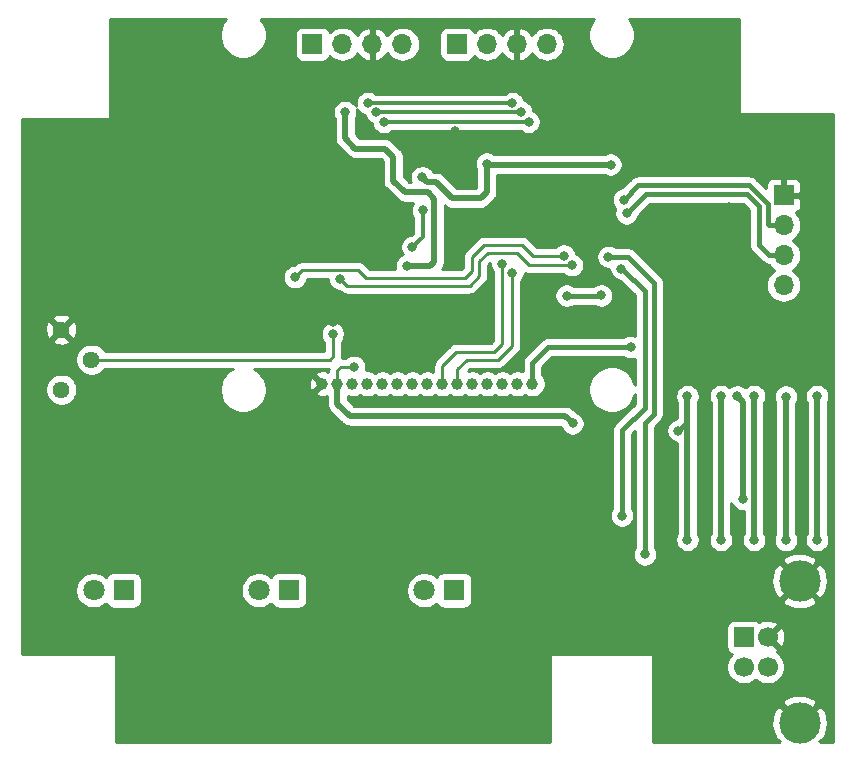
<source format=gbr>
G04 #@! TF.GenerationSoftware,KiCad,Pcbnew,(5.1.0)-1*
G04 #@! TF.CreationDate,2020-10-05T07:23:46+02:00*
G04 #@! TF.ProjectId,Waage,57616167-652e-46b6-9963-61645f706362,rev?*
G04 #@! TF.SameCoordinates,Original*
G04 #@! TF.FileFunction,Copper,L2,Bot*
G04 #@! TF.FilePolarity,Positive*
%FSLAX46Y46*%
G04 Gerber Fmt 4.6, Leading zero omitted, Abs format (unit mm)*
G04 Created by KiCad (PCBNEW (5.1.0)-1) date 2020-10-05 07:23:46*
%MOMM*%
%LPD*%
G04 APERTURE LIST*
%ADD10O,1.700000X1.700000*%
%ADD11R,1.700000X1.700000*%
%ADD12C,3.500000*%
%ADD13C,1.700000*%
%ADD14C,1.440000*%
%ADD15C,1.800000*%
%ADD16R,1.800000X1.800000*%
%ADD17C,1.000000*%
%ADD18C,0.800000*%
%ADD19C,0.300000*%
%ADD20C,0.500000*%
%ADD21C,0.250000*%
%ADD22C,0.400000*%
%ADD23C,0.254000*%
G04 APERTURE END LIST*
D10*
X145150000Y-82660000D03*
X145150000Y-80120000D03*
X145150000Y-77580000D03*
D11*
X145150000Y-75040000D03*
D10*
X125120000Y-62250000D03*
X122580000Y-62250000D03*
X120040000Y-62250000D03*
D11*
X117500000Y-62250000D03*
D10*
X112870000Y-62250000D03*
X110330000Y-62250000D03*
X107790000Y-62250000D03*
D11*
X105250000Y-62250000D03*
D12*
X146510000Y-119745000D03*
X146510000Y-107705000D03*
D13*
X143800000Y-112475000D03*
X143800000Y-114975000D03*
X141800000Y-114975000D03*
D11*
X141800000Y-112475000D03*
D14*
X84000000Y-91500000D03*
X86540000Y-88960000D03*
X84000000Y-86420000D03*
D15*
X114730000Y-108500000D03*
D16*
X117270000Y-108500000D03*
D15*
X100730000Y-108500000D03*
D16*
X103270000Y-108500000D03*
D15*
X86730000Y-108500000D03*
D16*
X89270000Y-108500000D03*
D17*
X123890000Y-91000000D03*
X122620000Y-91000000D03*
X121350000Y-91000000D03*
X120080000Y-91000000D03*
X118810000Y-91000000D03*
X117540000Y-91000000D03*
X116270000Y-91000000D03*
X115000000Y-91000000D03*
X113730000Y-91000000D03*
X112460000Y-91000000D03*
X111190000Y-91000000D03*
X109920000Y-91000000D03*
X108650000Y-91000000D03*
X107380000Y-91000000D03*
X106110000Y-91000000D03*
D18*
X137500000Y-70250000D03*
X115337500Y-64762500D03*
X117587500Y-64762500D03*
X126500000Y-69700000D03*
X128500000Y-69700000D03*
X117300000Y-69585216D03*
X140500000Y-76050000D03*
X136550000Y-80250000D03*
X117062500Y-73712500D03*
X106987500Y-85762500D03*
X126100000Y-85775000D03*
X112025000Y-83900000D03*
X129830000Y-109220000D03*
X108650000Y-75600000D03*
X114600000Y-76325000D03*
X113728962Y-79426432D03*
X145350000Y-92100000D03*
X142650000Y-92050000D03*
X139850000Y-92050000D03*
X137000000Y-92050000D03*
X108775000Y-89575000D03*
X148000000Y-104225000D03*
X145350000Y-104250000D03*
X142650000Y-104225000D03*
X139850000Y-104225000D03*
X137000000Y-104225000D03*
X148000000Y-92050000D03*
X127290000Y-94360000D03*
X136240000Y-94970000D03*
X114550000Y-73525000D03*
X120025000Y-72375000D03*
X130500000Y-72450000D03*
X141725000Y-100750000D03*
X141225000Y-92075000D03*
X126775000Y-83550000D03*
X129700000Y-83525000D03*
X113278977Y-81028977D03*
X108027500Y-68000702D03*
X127225000Y-80975000D03*
X107587500Y-82100000D03*
X126550000Y-80150000D03*
X103775010Y-81975010D03*
X131470000Y-102170000D03*
X131420000Y-81250000D03*
X133410000Y-105450000D03*
X130327500Y-80252500D03*
X122200000Y-81600000D03*
X121350000Y-80875000D03*
X106981059Y-86781364D03*
X109950000Y-67250000D03*
X122200000Y-67250000D03*
X110682500Y-68007108D03*
X122932500Y-68007108D03*
X111317500Y-68827650D03*
X123567500Y-68835216D03*
X132200000Y-87900000D03*
X131860000Y-76580000D03*
X131630000Y-75410000D03*
D19*
X117300000Y-73475000D02*
X117062500Y-73712500D01*
X117300000Y-69585216D02*
X117300000Y-73475000D01*
X114600000Y-76325000D02*
X114600000Y-78555394D01*
X114600000Y-78555394D02*
X113728962Y-79426432D01*
D20*
X145350000Y-104275000D02*
X145350000Y-92100000D01*
X142650000Y-104225000D02*
X142650000Y-92050000D01*
X139850000Y-104225000D02*
X139850000Y-92050000D01*
D21*
X108775000Y-89575000D02*
X107650000Y-89575000D01*
X107380000Y-89845000D02*
X107380000Y-91000000D01*
X107650000Y-89575000D02*
X107380000Y-89845000D01*
D20*
X148000000Y-104225000D02*
X148000000Y-92050000D01*
X107380000Y-92705000D02*
X108425000Y-93750000D01*
X107380000Y-91000000D02*
X107380000Y-92705000D01*
X137000000Y-93450000D02*
X137000000Y-92050000D01*
X126680000Y-93750000D02*
X127290000Y-94360000D01*
X125160000Y-93750000D02*
X126680000Y-93750000D01*
X108425000Y-93750000D02*
X125160000Y-93750000D01*
D22*
X137000000Y-94210000D02*
X137000000Y-93880000D01*
X136240000Y-94970000D02*
X137000000Y-94210000D01*
D20*
X137000000Y-104225000D02*
X137000000Y-93880000D01*
X137000000Y-93880000D02*
X137000000Y-93450000D01*
X120100000Y-72450000D02*
X120025000Y-72375000D01*
X130500000Y-72450000D02*
X120100000Y-72450000D01*
X141725000Y-100750000D02*
X141725000Y-92575000D01*
X141725000Y-92575000D02*
X141225000Y-92075000D01*
D22*
X129675000Y-83550000D02*
X129700000Y-83525000D01*
X126775000Y-83550000D02*
X129675000Y-83550000D01*
D20*
X114949999Y-73924999D02*
X115724999Y-73924999D01*
X114550000Y-73525000D02*
X114949999Y-73924999D01*
X115724999Y-73924999D02*
X117100000Y-75300000D01*
X117100000Y-75300000D02*
X119500000Y-75300000D01*
X120025000Y-74775000D02*
X120025000Y-72375000D01*
X119500000Y-75300000D02*
X120025000Y-74775000D01*
X115569990Y-75330010D02*
X115569990Y-80705010D01*
X115569990Y-80705010D02*
X115246023Y-81028977D01*
X115039980Y-74800000D02*
X115569990Y-75330010D01*
X113100000Y-74800000D02*
X115039980Y-74800000D01*
X108027500Y-68000702D02*
X108027500Y-70227500D01*
X108027500Y-70227500D02*
X108900000Y-71100000D01*
X115246023Y-81028977D02*
X113278977Y-81028977D01*
X111400000Y-71100000D02*
X112100000Y-71800000D01*
X112100000Y-71800000D02*
X112100000Y-73800000D01*
X108900000Y-71100000D02*
X111400000Y-71100000D01*
X112100000Y-73800000D02*
X113100000Y-74800000D01*
D21*
X119400000Y-81700000D02*
X119400000Y-81875000D01*
X120125000Y-79925000D02*
X119400000Y-80650000D01*
X127225000Y-80975000D02*
X123625000Y-80975000D01*
X122575000Y-79925000D02*
X120125000Y-79925000D01*
X118574989Y-82700011D02*
X108187511Y-82700011D01*
X123625000Y-80975000D02*
X122575000Y-79925000D01*
X119400000Y-81875000D02*
X118574989Y-82700011D01*
X108187511Y-82700011D02*
X107587500Y-82100000D01*
X119400000Y-80650000D02*
X119400000Y-81700000D01*
X126550000Y-80150000D02*
X123925000Y-80150000D01*
X123925000Y-80150000D02*
X123000000Y-79225000D01*
X123000000Y-79225000D02*
X119800000Y-79225000D01*
X119800000Y-79225000D02*
X118775000Y-80250000D01*
X118775000Y-80975000D02*
X118775000Y-81475000D01*
X118775000Y-80250000D02*
X118775000Y-80975000D01*
X118775000Y-81475000D02*
X118200000Y-82050000D01*
X118200000Y-82050000D02*
X109825000Y-82050000D01*
X109825000Y-82050000D02*
X109150000Y-81375000D01*
X109150000Y-81375000D02*
X104375020Y-81375000D01*
X104375020Y-81375000D02*
X103775010Y-81975010D01*
D22*
X131470000Y-95490000D02*
X131470000Y-94940000D01*
X131470000Y-94940000D02*
X133380000Y-93030000D01*
X133380000Y-93030000D02*
X133380000Y-83180000D01*
X133380000Y-83180000D02*
X131420000Y-81220000D01*
X131420000Y-81220000D02*
X131420000Y-81250000D01*
X131470000Y-95490000D02*
X131470000Y-102170000D01*
X133410000Y-94300000D02*
X134180000Y-93530000D01*
X134180000Y-93530000D02*
X134180000Y-82480000D01*
X134180000Y-82480000D02*
X132160000Y-80460000D01*
X132160000Y-80460000D02*
X132160000Y-80450000D01*
X131952500Y-80252500D02*
X130327500Y-80252500D01*
X132160000Y-80460000D02*
X131952500Y-80252500D01*
X133410000Y-95100000D02*
X133410000Y-105450000D01*
X133410000Y-95100000D02*
X133410000Y-94300000D01*
X133410000Y-95560000D02*
X133410000Y-95100000D01*
D21*
X122200000Y-81600000D02*
X122200000Y-87775000D01*
X122200000Y-87775000D02*
X121000000Y-88975000D01*
X121000000Y-88975000D02*
X118325000Y-88975000D01*
X117540000Y-89760000D02*
X117540000Y-91000000D01*
X118325000Y-88975000D02*
X117540000Y-89760000D01*
X116270000Y-91000000D02*
X116270000Y-89480000D01*
X116270000Y-89480000D02*
X117450000Y-88300000D01*
X117450000Y-88300000D02*
X120675000Y-88300000D01*
X120675000Y-88300000D02*
X121350000Y-87625000D01*
X121350000Y-87625000D02*
X121350000Y-80875000D01*
X86540000Y-88960000D02*
X106390000Y-88960000D01*
X106390000Y-88960000D02*
X106715000Y-88960000D01*
X106715000Y-88960000D02*
X106981059Y-88693941D01*
X106981059Y-88693941D02*
X106981059Y-86781364D01*
D19*
X122200000Y-67250000D02*
X110950000Y-67250000D01*
X110950000Y-67250000D02*
X109950000Y-67250000D01*
X111542892Y-68007108D02*
X110682500Y-68007108D01*
X122932500Y-68007108D02*
X111542892Y-68007108D01*
X111325066Y-68835216D02*
X111317500Y-68827650D01*
X123567500Y-68835216D02*
X112325066Y-68835216D01*
X112317500Y-68827650D02*
X111317500Y-68827650D01*
X112325066Y-68835216D02*
X112317500Y-68827650D01*
D22*
X125220000Y-87900000D02*
X132200000Y-87900000D01*
X123890000Y-89230000D02*
X125220000Y-87900000D01*
X123890000Y-91000000D02*
X123890000Y-89230000D01*
X143947919Y-80120000D02*
X143080000Y-79252081D01*
X145150000Y-80120000D02*
X143947919Y-80120000D01*
X143080000Y-75960000D02*
X142050000Y-74930000D01*
X143080000Y-79252081D02*
X143080000Y-75960000D01*
X135150000Y-74930000D02*
X142050000Y-74930000D01*
X131860000Y-76580000D02*
X133510000Y-74930000D01*
X133510000Y-74930000D02*
X135150000Y-74930000D01*
X143947919Y-77580000D02*
X145150000Y-77580000D01*
X143830000Y-77462081D02*
X143947919Y-77580000D01*
X143830000Y-75800000D02*
X143830000Y-77462081D01*
X142230000Y-74200000D02*
X143830000Y-75800000D01*
X132840000Y-74200000D02*
X142230000Y-74200000D01*
X131630000Y-75410000D02*
X132840000Y-74200000D01*
D23*
G36*
X97858149Y-60234636D02*
G01*
X97640915Y-60559750D01*
X97491282Y-60920997D01*
X97415000Y-61304495D01*
X97415000Y-61695505D01*
X97491282Y-62079003D01*
X97640915Y-62440250D01*
X97858149Y-62765364D01*
X98134636Y-63041851D01*
X98459750Y-63259085D01*
X98820997Y-63408718D01*
X99204495Y-63485000D01*
X99595505Y-63485000D01*
X99979003Y-63408718D01*
X100340250Y-63259085D01*
X100665364Y-63041851D01*
X100941851Y-62765364D01*
X101159085Y-62440250D01*
X101308718Y-62079003D01*
X101385000Y-61695505D01*
X101385000Y-61400000D01*
X103761928Y-61400000D01*
X103761928Y-63100000D01*
X103774188Y-63224482D01*
X103810498Y-63344180D01*
X103869463Y-63454494D01*
X103948815Y-63551185D01*
X104045506Y-63630537D01*
X104155820Y-63689502D01*
X104275518Y-63725812D01*
X104400000Y-63738072D01*
X106100000Y-63738072D01*
X106224482Y-63725812D01*
X106344180Y-63689502D01*
X106454494Y-63630537D01*
X106551185Y-63551185D01*
X106630537Y-63454494D01*
X106689502Y-63344180D01*
X106710393Y-63275313D01*
X106734866Y-63305134D01*
X106960986Y-63490706D01*
X107218966Y-63628599D01*
X107498889Y-63713513D01*
X107717050Y-63735000D01*
X107862950Y-63735000D01*
X108081111Y-63713513D01*
X108361034Y-63628599D01*
X108619014Y-63490706D01*
X108845134Y-63305134D01*
X109030706Y-63079014D01*
X109065201Y-63014477D01*
X109134822Y-63131355D01*
X109329731Y-63347588D01*
X109563080Y-63521641D01*
X109825901Y-63646825D01*
X109973110Y-63691476D01*
X110203000Y-63570155D01*
X110203000Y-62377000D01*
X110183000Y-62377000D01*
X110183000Y-62123000D01*
X110203000Y-62123000D01*
X110203000Y-60929845D01*
X110457000Y-60929845D01*
X110457000Y-62123000D01*
X110477000Y-62123000D01*
X110477000Y-62377000D01*
X110457000Y-62377000D01*
X110457000Y-63570155D01*
X110686890Y-63691476D01*
X110834099Y-63646825D01*
X111096920Y-63521641D01*
X111330269Y-63347588D01*
X111525178Y-63131355D01*
X111594799Y-63014477D01*
X111629294Y-63079014D01*
X111814866Y-63305134D01*
X112040986Y-63490706D01*
X112298966Y-63628599D01*
X112578889Y-63713513D01*
X112797050Y-63735000D01*
X112942950Y-63735000D01*
X113161111Y-63713513D01*
X113441034Y-63628599D01*
X113699014Y-63490706D01*
X113925134Y-63305134D01*
X114110706Y-63079014D01*
X114248599Y-62821034D01*
X114333513Y-62541111D01*
X114362185Y-62250000D01*
X114333513Y-61958889D01*
X114248599Y-61678966D01*
X114110706Y-61420986D01*
X114093484Y-61400000D01*
X116011928Y-61400000D01*
X116011928Y-63100000D01*
X116024188Y-63224482D01*
X116060498Y-63344180D01*
X116119463Y-63454494D01*
X116198815Y-63551185D01*
X116295506Y-63630537D01*
X116405820Y-63689502D01*
X116525518Y-63725812D01*
X116650000Y-63738072D01*
X118350000Y-63738072D01*
X118474482Y-63725812D01*
X118594180Y-63689502D01*
X118704494Y-63630537D01*
X118801185Y-63551185D01*
X118880537Y-63454494D01*
X118939502Y-63344180D01*
X118960393Y-63275313D01*
X118984866Y-63305134D01*
X119210986Y-63490706D01*
X119468966Y-63628599D01*
X119748889Y-63713513D01*
X119967050Y-63735000D01*
X120112950Y-63735000D01*
X120331111Y-63713513D01*
X120611034Y-63628599D01*
X120869014Y-63490706D01*
X121095134Y-63305134D01*
X121280706Y-63079014D01*
X121315201Y-63014477D01*
X121384822Y-63131355D01*
X121579731Y-63347588D01*
X121813080Y-63521641D01*
X122075901Y-63646825D01*
X122223110Y-63691476D01*
X122453000Y-63570155D01*
X122453000Y-62377000D01*
X122433000Y-62377000D01*
X122433000Y-62123000D01*
X122453000Y-62123000D01*
X122453000Y-60929845D01*
X122707000Y-60929845D01*
X122707000Y-62123000D01*
X122727000Y-62123000D01*
X122727000Y-62377000D01*
X122707000Y-62377000D01*
X122707000Y-63570155D01*
X122936890Y-63691476D01*
X123084099Y-63646825D01*
X123346920Y-63521641D01*
X123580269Y-63347588D01*
X123775178Y-63131355D01*
X123844799Y-63014477D01*
X123879294Y-63079014D01*
X124064866Y-63305134D01*
X124290986Y-63490706D01*
X124548966Y-63628599D01*
X124828889Y-63713513D01*
X125047050Y-63735000D01*
X125192950Y-63735000D01*
X125411111Y-63713513D01*
X125691034Y-63628599D01*
X125949014Y-63490706D01*
X126175134Y-63305134D01*
X126360706Y-63079014D01*
X126498599Y-62821034D01*
X126583513Y-62541111D01*
X126612185Y-62250000D01*
X126583513Y-61958889D01*
X126498599Y-61678966D01*
X126360706Y-61420986D01*
X126175134Y-61194866D01*
X125949014Y-61009294D01*
X125691034Y-60871401D01*
X125411111Y-60786487D01*
X125192950Y-60765000D01*
X125047050Y-60765000D01*
X124828889Y-60786487D01*
X124548966Y-60871401D01*
X124290986Y-61009294D01*
X124064866Y-61194866D01*
X123879294Y-61420986D01*
X123844799Y-61485523D01*
X123775178Y-61368645D01*
X123580269Y-61152412D01*
X123346920Y-60978359D01*
X123084099Y-60853175D01*
X122936890Y-60808524D01*
X122707000Y-60929845D01*
X122453000Y-60929845D01*
X122223110Y-60808524D01*
X122075901Y-60853175D01*
X121813080Y-60978359D01*
X121579731Y-61152412D01*
X121384822Y-61368645D01*
X121315201Y-61485523D01*
X121280706Y-61420986D01*
X121095134Y-61194866D01*
X120869014Y-61009294D01*
X120611034Y-60871401D01*
X120331111Y-60786487D01*
X120112950Y-60765000D01*
X119967050Y-60765000D01*
X119748889Y-60786487D01*
X119468966Y-60871401D01*
X119210986Y-61009294D01*
X118984866Y-61194866D01*
X118960393Y-61224687D01*
X118939502Y-61155820D01*
X118880537Y-61045506D01*
X118801185Y-60948815D01*
X118704494Y-60869463D01*
X118594180Y-60810498D01*
X118474482Y-60774188D01*
X118350000Y-60761928D01*
X116650000Y-60761928D01*
X116525518Y-60774188D01*
X116405820Y-60810498D01*
X116295506Y-60869463D01*
X116198815Y-60948815D01*
X116119463Y-61045506D01*
X116060498Y-61155820D01*
X116024188Y-61275518D01*
X116011928Y-61400000D01*
X114093484Y-61400000D01*
X113925134Y-61194866D01*
X113699014Y-61009294D01*
X113441034Y-60871401D01*
X113161111Y-60786487D01*
X112942950Y-60765000D01*
X112797050Y-60765000D01*
X112578889Y-60786487D01*
X112298966Y-60871401D01*
X112040986Y-61009294D01*
X111814866Y-61194866D01*
X111629294Y-61420986D01*
X111594799Y-61485523D01*
X111525178Y-61368645D01*
X111330269Y-61152412D01*
X111096920Y-60978359D01*
X110834099Y-60853175D01*
X110686890Y-60808524D01*
X110457000Y-60929845D01*
X110203000Y-60929845D01*
X109973110Y-60808524D01*
X109825901Y-60853175D01*
X109563080Y-60978359D01*
X109329731Y-61152412D01*
X109134822Y-61368645D01*
X109065201Y-61485523D01*
X109030706Y-61420986D01*
X108845134Y-61194866D01*
X108619014Y-61009294D01*
X108361034Y-60871401D01*
X108081111Y-60786487D01*
X107862950Y-60765000D01*
X107717050Y-60765000D01*
X107498889Y-60786487D01*
X107218966Y-60871401D01*
X106960986Y-61009294D01*
X106734866Y-61194866D01*
X106710393Y-61224687D01*
X106689502Y-61155820D01*
X106630537Y-61045506D01*
X106551185Y-60948815D01*
X106454494Y-60869463D01*
X106344180Y-60810498D01*
X106224482Y-60774188D01*
X106100000Y-60761928D01*
X104400000Y-60761928D01*
X104275518Y-60774188D01*
X104155820Y-60810498D01*
X104045506Y-60869463D01*
X103948815Y-60948815D01*
X103869463Y-61045506D01*
X103810498Y-61155820D01*
X103774188Y-61275518D01*
X103761928Y-61400000D01*
X101385000Y-61400000D01*
X101385000Y-61304495D01*
X101308718Y-60920997D01*
X101159085Y-60559750D01*
X100941851Y-60234636D01*
X100867215Y-60160000D01*
X129132785Y-60160000D01*
X129058149Y-60234636D01*
X128840915Y-60559750D01*
X128691282Y-60920997D01*
X128615000Y-61304495D01*
X128615000Y-61695505D01*
X128691282Y-62079003D01*
X128840915Y-62440250D01*
X129058149Y-62765364D01*
X129334636Y-63041851D01*
X129659750Y-63259085D01*
X130020997Y-63408718D01*
X130404495Y-63485000D01*
X130795505Y-63485000D01*
X131179003Y-63408718D01*
X131540250Y-63259085D01*
X131865364Y-63041851D01*
X132141851Y-62765364D01*
X132359085Y-62440250D01*
X132508718Y-62079003D01*
X132585000Y-61695505D01*
X132585000Y-61304495D01*
X132508718Y-60920997D01*
X132359085Y-60559750D01*
X132141851Y-60234636D01*
X132067215Y-60160000D01*
X141373000Y-60160000D01*
X141373000Y-68000000D01*
X141375440Y-68024776D01*
X141382667Y-68048601D01*
X141394403Y-68070557D01*
X141410197Y-68089803D01*
X141429443Y-68105597D01*
X141451399Y-68117333D01*
X141475224Y-68124560D01*
X141500000Y-68127000D01*
X149340000Y-68127000D01*
X149340001Y-121340000D01*
X148284608Y-121340000D01*
X148179610Y-121235002D01*
X148520766Y-121048927D01*
X148736513Y-120631591D01*
X148866696Y-120180185D01*
X148906313Y-119712054D01*
X148853842Y-119245189D01*
X148711297Y-118797532D01*
X148520766Y-118441073D01*
X148179609Y-118254997D01*
X146689605Y-119745000D01*
X146703748Y-119759142D01*
X146524142Y-119938748D01*
X146510000Y-119924605D01*
X146495858Y-119938748D01*
X146316252Y-119759142D01*
X146330395Y-119745000D01*
X144840391Y-118254997D01*
X144499234Y-118441073D01*
X144283487Y-118858409D01*
X144153304Y-119309815D01*
X144113687Y-119777946D01*
X144166158Y-120244811D01*
X144308703Y-120692468D01*
X144499234Y-121048927D01*
X144840390Y-121235002D01*
X144735392Y-121340000D01*
X134127000Y-121340000D01*
X134127000Y-118075391D01*
X145019997Y-118075391D01*
X146510000Y-119565395D01*
X148000003Y-118075391D01*
X147813927Y-117734234D01*
X147396591Y-117518487D01*
X146945185Y-117388304D01*
X146477054Y-117348687D01*
X146010189Y-117401158D01*
X145562532Y-117543703D01*
X145206073Y-117734234D01*
X145019997Y-118075391D01*
X134127000Y-118075391D01*
X134127000Y-114000000D01*
X134124560Y-113975224D01*
X134117333Y-113951399D01*
X134105597Y-113929443D01*
X134089803Y-113910197D01*
X134070557Y-113894403D01*
X134048601Y-113882667D01*
X134024776Y-113875440D01*
X134000000Y-113873000D01*
X125500000Y-113873000D01*
X125475224Y-113875440D01*
X125451399Y-113882667D01*
X125429443Y-113894403D01*
X125410197Y-113910197D01*
X125394403Y-113929443D01*
X125382667Y-113951399D01*
X125375440Y-113975224D01*
X125373000Y-114000000D01*
X125373000Y-121340000D01*
X88627000Y-121340000D01*
X88627000Y-114000000D01*
X88624560Y-113975224D01*
X88617333Y-113951399D01*
X88605597Y-113929443D01*
X88589803Y-113910197D01*
X88570557Y-113894403D01*
X88548601Y-113882667D01*
X88524776Y-113875440D01*
X88500000Y-113873000D01*
X80660000Y-113873000D01*
X80660000Y-111625000D01*
X140311928Y-111625000D01*
X140311928Y-113325000D01*
X140324188Y-113449482D01*
X140360498Y-113569180D01*
X140419463Y-113679494D01*
X140498815Y-113776185D01*
X140595506Y-113855537D01*
X140705820Y-113914502D01*
X140747690Y-113927203D01*
X140646525Y-114028368D01*
X140484010Y-114271589D01*
X140372068Y-114541842D01*
X140315000Y-114828740D01*
X140315000Y-115121260D01*
X140372068Y-115408158D01*
X140484010Y-115678411D01*
X140646525Y-115921632D01*
X140853368Y-116128475D01*
X141096589Y-116290990D01*
X141366842Y-116402932D01*
X141653740Y-116460000D01*
X141946260Y-116460000D01*
X142233158Y-116402932D01*
X142503411Y-116290990D01*
X142746632Y-116128475D01*
X142800000Y-116075107D01*
X142853368Y-116128475D01*
X143096589Y-116290990D01*
X143366842Y-116402932D01*
X143653740Y-116460000D01*
X143946260Y-116460000D01*
X144233158Y-116402932D01*
X144503411Y-116290990D01*
X144746632Y-116128475D01*
X144953475Y-115921632D01*
X145115990Y-115678411D01*
X145227932Y-115408158D01*
X145285000Y-115121260D01*
X145285000Y-114828740D01*
X145227932Y-114541842D01*
X145115990Y-114271589D01*
X144953475Y-114028368D01*
X144746632Y-113821525D01*
X144583590Y-113712584D01*
X144648792Y-113503397D01*
X143800000Y-112654605D01*
X143785858Y-112668748D01*
X143606253Y-112489143D01*
X143620395Y-112475000D01*
X143979605Y-112475000D01*
X144828397Y-113323792D01*
X145077472Y-113246157D01*
X145203371Y-112982117D01*
X145275339Y-112698589D01*
X145290611Y-112406469D01*
X145248599Y-112116981D01*
X145150919Y-111841253D01*
X145077472Y-111703843D01*
X144828397Y-111626208D01*
X143979605Y-112475000D01*
X143620395Y-112475000D01*
X143606253Y-112460858D01*
X143785858Y-112281253D01*
X143800000Y-112295395D01*
X144648792Y-111446603D01*
X144571157Y-111197528D01*
X144307117Y-111071629D01*
X144023589Y-110999661D01*
X143731469Y-110984389D01*
X143441981Y-111026401D01*
X143166253Y-111124081D01*
X143090150Y-111164759D01*
X143004494Y-111094463D01*
X142894180Y-111035498D01*
X142774482Y-110999188D01*
X142650000Y-110986928D01*
X140950000Y-110986928D01*
X140825518Y-110999188D01*
X140705820Y-111035498D01*
X140595506Y-111094463D01*
X140498815Y-111173815D01*
X140419463Y-111270506D01*
X140360498Y-111380820D01*
X140324188Y-111500518D01*
X140311928Y-111625000D01*
X80660000Y-111625000D01*
X80660000Y-108348816D01*
X85195000Y-108348816D01*
X85195000Y-108651184D01*
X85253989Y-108947743D01*
X85369701Y-109227095D01*
X85537688Y-109478505D01*
X85751495Y-109692312D01*
X86002905Y-109860299D01*
X86282257Y-109976011D01*
X86578816Y-110035000D01*
X86881184Y-110035000D01*
X87177743Y-109976011D01*
X87457095Y-109860299D01*
X87708505Y-109692312D01*
X87774944Y-109625873D01*
X87780498Y-109644180D01*
X87839463Y-109754494D01*
X87918815Y-109851185D01*
X88015506Y-109930537D01*
X88125820Y-109989502D01*
X88245518Y-110025812D01*
X88370000Y-110038072D01*
X90170000Y-110038072D01*
X90294482Y-110025812D01*
X90414180Y-109989502D01*
X90524494Y-109930537D01*
X90621185Y-109851185D01*
X90700537Y-109754494D01*
X90759502Y-109644180D01*
X90795812Y-109524482D01*
X90808072Y-109400000D01*
X90808072Y-108348816D01*
X99195000Y-108348816D01*
X99195000Y-108651184D01*
X99253989Y-108947743D01*
X99369701Y-109227095D01*
X99537688Y-109478505D01*
X99751495Y-109692312D01*
X100002905Y-109860299D01*
X100282257Y-109976011D01*
X100578816Y-110035000D01*
X100881184Y-110035000D01*
X101177743Y-109976011D01*
X101457095Y-109860299D01*
X101708505Y-109692312D01*
X101774944Y-109625873D01*
X101780498Y-109644180D01*
X101839463Y-109754494D01*
X101918815Y-109851185D01*
X102015506Y-109930537D01*
X102125820Y-109989502D01*
X102245518Y-110025812D01*
X102370000Y-110038072D01*
X104170000Y-110038072D01*
X104294482Y-110025812D01*
X104414180Y-109989502D01*
X104524494Y-109930537D01*
X104621185Y-109851185D01*
X104700537Y-109754494D01*
X104759502Y-109644180D01*
X104795812Y-109524482D01*
X104808072Y-109400000D01*
X104808072Y-108348816D01*
X113195000Y-108348816D01*
X113195000Y-108651184D01*
X113253989Y-108947743D01*
X113369701Y-109227095D01*
X113537688Y-109478505D01*
X113751495Y-109692312D01*
X114002905Y-109860299D01*
X114282257Y-109976011D01*
X114578816Y-110035000D01*
X114881184Y-110035000D01*
X115177743Y-109976011D01*
X115457095Y-109860299D01*
X115708505Y-109692312D01*
X115774944Y-109625873D01*
X115780498Y-109644180D01*
X115839463Y-109754494D01*
X115918815Y-109851185D01*
X116015506Y-109930537D01*
X116125820Y-109989502D01*
X116245518Y-110025812D01*
X116370000Y-110038072D01*
X118170000Y-110038072D01*
X118294482Y-110025812D01*
X118414180Y-109989502D01*
X118524494Y-109930537D01*
X118621185Y-109851185D01*
X118700537Y-109754494D01*
X118759502Y-109644180D01*
X118795812Y-109524482D01*
X118808072Y-109400000D01*
X118808072Y-109374609D01*
X145019997Y-109374609D01*
X145206073Y-109715766D01*
X145623409Y-109931513D01*
X146074815Y-110061696D01*
X146542946Y-110101313D01*
X147009811Y-110048842D01*
X147457468Y-109906297D01*
X147813927Y-109715766D01*
X148000003Y-109374609D01*
X146510000Y-107884605D01*
X145019997Y-109374609D01*
X118808072Y-109374609D01*
X118808072Y-107737946D01*
X144113687Y-107737946D01*
X144166158Y-108204811D01*
X144308703Y-108652468D01*
X144499234Y-109008927D01*
X144840391Y-109195003D01*
X146330395Y-107705000D01*
X146689605Y-107705000D01*
X148179609Y-109195003D01*
X148520766Y-109008927D01*
X148736513Y-108591591D01*
X148866696Y-108140185D01*
X148906313Y-107672054D01*
X148853842Y-107205189D01*
X148711297Y-106757532D01*
X148520766Y-106401073D01*
X148179609Y-106214997D01*
X146689605Y-107705000D01*
X146330395Y-107705000D01*
X144840391Y-106214997D01*
X144499234Y-106401073D01*
X144283487Y-106818409D01*
X144153304Y-107269815D01*
X144113687Y-107737946D01*
X118808072Y-107737946D01*
X118808072Y-107600000D01*
X118795812Y-107475518D01*
X118759502Y-107355820D01*
X118700537Y-107245506D01*
X118621185Y-107148815D01*
X118524494Y-107069463D01*
X118414180Y-107010498D01*
X118294482Y-106974188D01*
X118170000Y-106961928D01*
X116370000Y-106961928D01*
X116245518Y-106974188D01*
X116125820Y-107010498D01*
X116015506Y-107069463D01*
X115918815Y-107148815D01*
X115839463Y-107245506D01*
X115780498Y-107355820D01*
X115774944Y-107374127D01*
X115708505Y-107307688D01*
X115457095Y-107139701D01*
X115177743Y-107023989D01*
X114881184Y-106965000D01*
X114578816Y-106965000D01*
X114282257Y-107023989D01*
X114002905Y-107139701D01*
X113751495Y-107307688D01*
X113537688Y-107521495D01*
X113369701Y-107772905D01*
X113253989Y-108052257D01*
X113195000Y-108348816D01*
X104808072Y-108348816D01*
X104808072Y-107600000D01*
X104795812Y-107475518D01*
X104759502Y-107355820D01*
X104700537Y-107245506D01*
X104621185Y-107148815D01*
X104524494Y-107069463D01*
X104414180Y-107010498D01*
X104294482Y-106974188D01*
X104170000Y-106961928D01*
X102370000Y-106961928D01*
X102245518Y-106974188D01*
X102125820Y-107010498D01*
X102015506Y-107069463D01*
X101918815Y-107148815D01*
X101839463Y-107245506D01*
X101780498Y-107355820D01*
X101774944Y-107374127D01*
X101708505Y-107307688D01*
X101457095Y-107139701D01*
X101177743Y-107023989D01*
X100881184Y-106965000D01*
X100578816Y-106965000D01*
X100282257Y-107023989D01*
X100002905Y-107139701D01*
X99751495Y-107307688D01*
X99537688Y-107521495D01*
X99369701Y-107772905D01*
X99253989Y-108052257D01*
X99195000Y-108348816D01*
X90808072Y-108348816D01*
X90808072Y-107600000D01*
X90795812Y-107475518D01*
X90759502Y-107355820D01*
X90700537Y-107245506D01*
X90621185Y-107148815D01*
X90524494Y-107069463D01*
X90414180Y-107010498D01*
X90294482Y-106974188D01*
X90170000Y-106961928D01*
X88370000Y-106961928D01*
X88245518Y-106974188D01*
X88125820Y-107010498D01*
X88015506Y-107069463D01*
X87918815Y-107148815D01*
X87839463Y-107245506D01*
X87780498Y-107355820D01*
X87774944Y-107374127D01*
X87708505Y-107307688D01*
X87457095Y-107139701D01*
X87177743Y-107023989D01*
X86881184Y-106965000D01*
X86578816Y-106965000D01*
X86282257Y-107023989D01*
X86002905Y-107139701D01*
X85751495Y-107307688D01*
X85537688Y-107521495D01*
X85369701Y-107772905D01*
X85253989Y-108052257D01*
X85195000Y-108348816D01*
X80660000Y-108348816D01*
X80660000Y-91366544D01*
X82645000Y-91366544D01*
X82645000Y-91633456D01*
X82697072Y-91895239D01*
X82799215Y-92141833D01*
X82947503Y-92363762D01*
X83136238Y-92552497D01*
X83358167Y-92700785D01*
X83604761Y-92802928D01*
X83866544Y-92855000D01*
X84133456Y-92855000D01*
X84395239Y-92802928D01*
X84641833Y-92700785D01*
X84863762Y-92552497D01*
X85052497Y-92363762D01*
X85200785Y-92141833D01*
X85302928Y-91895239D01*
X85355000Y-91633456D01*
X85355000Y-91366544D01*
X85302928Y-91104761D01*
X85200785Y-90858167D01*
X85052497Y-90636238D01*
X84863762Y-90447503D01*
X84641833Y-90299215D01*
X84395239Y-90197072D01*
X84133456Y-90145000D01*
X83866544Y-90145000D01*
X83604761Y-90197072D01*
X83358167Y-90299215D01*
X83136238Y-90447503D01*
X82947503Y-90636238D01*
X82799215Y-90858167D01*
X82697072Y-91104761D01*
X82645000Y-91366544D01*
X80660000Y-91366544D01*
X80660000Y-88826544D01*
X85185000Y-88826544D01*
X85185000Y-89093456D01*
X85237072Y-89355239D01*
X85339215Y-89601833D01*
X85487503Y-89823762D01*
X85676238Y-90012497D01*
X85898167Y-90160785D01*
X86144761Y-90262928D01*
X86406544Y-90315000D01*
X86673456Y-90315000D01*
X86935239Y-90262928D01*
X87181833Y-90160785D01*
X87403762Y-90012497D01*
X87592497Y-89823762D01*
X87661828Y-89720000D01*
X98510243Y-89720000D01*
X98459750Y-89740915D01*
X98134636Y-89958149D01*
X97858149Y-90234636D01*
X97640915Y-90559750D01*
X97491282Y-90920997D01*
X97415000Y-91304495D01*
X97415000Y-91695505D01*
X97491282Y-92079003D01*
X97640915Y-92440250D01*
X97858149Y-92765364D01*
X98134636Y-93041851D01*
X98459750Y-93259085D01*
X98820997Y-93408718D01*
X99204495Y-93485000D01*
X99595505Y-93485000D01*
X99979003Y-93408718D01*
X100340250Y-93259085D01*
X100665364Y-93041851D01*
X100941851Y-92765364D01*
X101159085Y-92440250D01*
X101308718Y-92079003D01*
X101385000Y-91695505D01*
X101385000Y-91304495D01*
X101340825Y-91082406D01*
X104972489Y-91082406D01*
X105010423Y-91302740D01*
X105090613Y-91511440D01*
X105118412Y-91563450D01*
X105331834Y-91598561D01*
X105930395Y-91000000D01*
X105331834Y-90401439D01*
X105118412Y-90436550D01*
X105027542Y-90640826D01*
X104978269Y-90858905D01*
X104972489Y-91082406D01*
X101340825Y-91082406D01*
X101308718Y-90920997D01*
X101159085Y-90559750D01*
X100941851Y-90234636D01*
X100665364Y-89958149D01*
X100340250Y-89740915D01*
X100289757Y-89720000D01*
X106628635Y-89720000D01*
X106620000Y-89807668D01*
X106620000Y-89807678D01*
X106616324Y-89845000D01*
X106620000Y-89882323D01*
X106620000Y-89984635D01*
X106469174Y-89917542D01*
X106251095Y-89868269D01*
X106027594Y-89862489D01*
X105807260Y-89900423D01*
X105598560Y-89980613D01*
X105546550Y-90008412D01*
X105511439Y-90221834D01*
X106110000Y-90820395D01*
X106124143Y-90806253D01*
X106245000Y-90927110D01*
X106245000Y-91072890D01*
X106124143Y-91193748D01*
X106110000Y-91179605D01*
X105511439Y-91778166D01*
X105546550Y-91991588D01*
X105750826Y-92082458D01*
X105968905Y-92131731D01*
X106192406Y-92137511D01*
X106412740Y-92099577D01*
X106495001Y-92067970D01*
X106495001Y-92661521D01*
X106490719Y-92705000D01*
X106507805Y-92878490D01*
X106558412Y-93045313D01*
X106640590Y-93199059D01*
X106723468Y-93300046D01*
X106723471Y-93300049D01*
X106751184Y-93333817D01*
X106784951Y-93361529D01*
X107768470Y-94345049D01*
X107796183Y-94378817D01*
X107829951Y-94406530D01*
X107829953Y-94406532D01*
X107832438Y-94408571D01*
X107930941Y-94489411D01*
X108084687Y-94571589D01*
X108251510Y-94622195D01*
X108381523Y-94635000D01*
X108381533Y-94635000D01*
X108424999Y-94639281D01*
X108468465Y-94635000D01*
X126289424Y-94635000D01*
X126294774Y-94661898D01*
X126372795Y-94850256D01*
X126486063Y-95019774D01*
X126630226Y-95163937D01*
X126799744Y-95277205D01*
X126988102Y-95355226D01*
X127188061Y-95395000D01*
X127391939Y-95395000D01*
X127591898Y-95355226D01*
X127780256Y-95277205D01*
X127949774Y-95163937D01*
X128093937Y-95019774D01*
X128207205Y-94850256D01*
X128285226Y-94661898D01*
X128325000Y-94461939D01*
X128325000Y-94258061D01*
X128285226Y-94058102D01*
X128207205Y-93869744D01*
X128093937Y-93700226D01*
X127949774Y-93556063D01*
X127780256Y-93442795D01*
X127591898Y-93364774D01*
X127535043Y-93353465D01*
X127336534Y-93154956D01*
X127308817Y-93121183D01*
X127174059Y-93010589D01*
X127020313Y-92928411D01*
X126853490Y-92877805D01*
X126723477Y-92865000D01*
X126723469Y-92865000D01*
X126680000Y-92860719D01*
X126636531Y-92865000D01*
X108791579Y-92865000D01*
X108265000Y-92338422D01*
X108265000Y-92069043D01*
X108318933Y-92091383D01*
X108538212Y-92135000D01*
X108761788Y-92135000D01*
X108981067Y-92091383D01*
X109187624Y-92005824D01*
X109285000Y-91940759D01*
X109382376Y-92005824D01*
X109588933Y-92091383D01*
X109808212Y-92135000D01*
X110031788Y-92135000D01*
X110251067Y-92091383D01*
X110457624Y-92005824D01*
X110555000Y-91940759D01*
X110652376Y-92005824D01*
X110858933Y-92091383D01*
X111078212Y-92135000D01*
X111301788Y-92135000D01*
X111521067Y-92091383D01*
X111727624Y-92005824D01*
X111825000Y-91940759D01*
X111922376Y-92005824D01*
X112128933Y-92091383D01*
X112348212Y-92135000D01*
X112571788Y-92135000D01*
X112791067Y-92091383D01*
X112997624Y-92005824D01*
X113095000Y-91940759D01*
X113192376Y-92005824D01*
X113398933Y-92091383D01*
X113618212Y-92135000D01*
X113841788Y-92135000D01*
X114061067Y-92091383D01*
X114267624Y-92005824D01*
X114365000Y-91940759D01*
X114462376Y-92005824D01*
X114668933Y-92091383D01*
X114888212Y-92135000D01*
X115111788Y-92135000D01*
X115331067Y-92091383D01*
X115537624Y-92005824D01*
X115635000Y-91940759D01*
X115732376Y-92005824D01*
X115938933Y-92091383D01*
X116158212Y-92135000D01*
X116381788Y-92135000D01*
X116601067Y-92091383D01*
X116807624Y-92005824D01*
X116905000Y-91940759D01*
X117002376Y-92005824D01*
X117208933Y-92091383D01*
X117428212Y-92135000D01*
X117651788Y-92135000D01*
X117871067Y-92091383D01*
X118077624Y-92005824D01*
X118175000Y-91940759D01*
X118272376Y-92005824D01*
X118478933Y-92091383D01*
X118698212Y-92135000D01*
X118921788Y-92135000D01*
X119141067Y-92091383D01*
X119347624Y-92005824D01*
X119445000Y-91940759D01*
X119542376Y-92005824D01*
X119748933Y-92091383D01*
X119968212Y-92135000D01*
X120191788Y-92135000D01*
X120411067Y-92091383D01*
X120617624Y-92005824D01*
X120715000Y-91940759D01*
X120812376Y-92005824D01*
X121018933Y-92091383D01*
X121238212Y-92135000D01*
X121461788Y-92135000D01*
X121681067Y-92091383D01*
X121887624Y-92005824D01*
X121985000Y-91940759D01*
X122082376Y-92005824D01*
X122288933Y-92091383D01*
X122508212Y-92135000D01*
X122731788Y-92135000D01*
X122951067Y-92091383D01*
X123157624Y-92005824D01*
X123255000Y-91940759D01*
X123352376Y-92005824D01*
X123558933Y-92091383D01*
X123778212Y-92135000D01*
X124001788Y-92135000D01*
X124221067Y-92091383D01*
X124427624Y-92005824D01*
X124613520Y-91881612D01*
X124771612Y-91723520D01*
X124895824Y-91537624D01*
X124981383Y-91331067D01*
X125025000Y-91111788D01*
X125025000Y-90888212D01*
X124981383Y-90668933D01*
X124895824Y-90462376D01*
X124771612Y-90276480D01*
X124725000Y-90229868D01*
X124725000Y-89575867D01*
X125565868Y-88735000D01*
X131586715Y-88735000D01*
X131709744Y-88817205D01*
X131898102Y-88895226D01*
X132098061Y-88935000D01*
X132301939Y-88935000D01*
X132501898Y-88895226D01*
X132545000Y-88877372D01*
X132545000Y-91103401D01*
X132508718Y-90920997D01*
X132359085Y-90559750D01*
X132141851Y-90234636D01*
X131865364Y-89958149D01*
X131540250Y-89740915D01*
X131179003Y-89591282D01*
X130795505Y-89515000D01*
X130404495Y-89515000D01*
X130020997Y-89591282D01*
X129659750Y-89740915D01*
X129334636Y-89958149D01*
X129058149Y-90234636D01*
X128840915Y-90559750D01*
X128691282Y-90920997D01*
X128615000Y-91304495D01*
X128615000Y-91695505D01*
X128691282Y-92079003D01*
X128840915Y-92440250D01*
X129058149Y-92765364D01*
X129334636Y-93041851D01*
X129659750Y-93259085D01*
X130020997Y-93408718D01*
X130404495Y-93485000D01*
X130795505Y-93485000D01*
X131179003Y-93408718D01*
X131540250Y-93259085D01*
X131865364Y-93041851D01*
X132141851Y-92765364D01*
X132359085Y-92440250D01*
X132508718Y-92079003D01*
X132545000Y-91896599D01*
X132545000Y-92684131D01*
X130908574Y-94320559D01*
X130876710Y-94346709D01*
X130850562Y-94378571D01*
X130772364Y-94473855D01*
X130741773Y-94531086D01*
X130694828Y-94618913D01*
X130648563Y-94771430D01*
X130647082Y-94776312D01*
X130630960Y-94940000D01*
X130635000Y-94981018D01*
X130635000Y-95448982D01*
X130635001Y-101556714D01*
X130552795Y-101679744D01*
X130474774Y-101868102D01*
X130435000Y-102068061D01*
X130435000Y-102271939D01*
X130474774Y-102471898D01*
X130552795Y-102660256D01*
X130666063Y-102829774D01*
X130810226Y-102973937D01*
X130979744Y-103087205D01*
X131168102Y-103165226D01*
X131368061Y-103205000D01*
X131571939Y-103205000D01*
X131771898Y-103165226D01*
X131960256Y-103087205D01*
X132129774Y-102973937D01*
X132273937Y-102829774D01*
X132387205Y-102660256D01*
X132465226Y-102471898D01*
X132505000Y-102271939D01*
X132505000Y-102068061D01*
X132465226Y-101868102D01*
X132387205Y-101679744D01*
X132305000Y-101556715D01*
X132305000Y-95285867D01*
X132575000Y-95015868D01*
X132575000Y-95058982D01*
X132575001Y-104836714D01*
X132492795Y-104959744D01*
X132414774Y-105148102D01*
X132375000Y-105348061D01*
X132375000Y-105551939D01*
X132414774Y-105751898D01*
X132492795Y-105940256D01*
X132606063Y-106109774D01*
X132750226Y-106253937D01*
X132919744Y-106367205D01*
X133108102Y-106445226D01*
X133308061Y-106485000D01*
X133511939Y-106485000D01*
X133711898Y-106445226D01*
X133900256Y-106367205D01*
X134069774Y-106253937D01*
X134213937Y-106109774D01*
X134263637Y-106035391D01*
X145019997Y-106035391D01*
X146510000Y-107525395D01*
X148000003Y-106035391D01*
X147813927Y-105694234D01*
X147396591Y-105478487D01*
X146945185Y-105348304D01*
X146477054Y-105308687D01*
X146010189Y-105361158D01*
X145562532Y-105503703D01*
X145206073Y-105694234D01*
X145019997Y-106035391D01*
X134263637Y-106035391D01*
X134327205Y-105940256D01*
X134405226Y-105751898D01*
X134445000Y-105551939D01*
X134445000Y-105348061D01*
X134405226Y-105148102D01*
X134327205Y-104959744D01*
X134245000Y-104836715D01*
X134245000Y-94868061D01*
X135205000Y-94868061D01*
X135205000Y-95071939D01*
X135244774Y-95271898D01*
X135322795Y-95460256D01*
X135436063Y-95629774D01*
X135580226Y-95773937D01*
X135749744Y-95887205D01*
X135938102Y-95965226D01*
X136115001Y-96000413D01*
X136115000Y-103686546D01*
X136082795Y-103734744D01*
X136004774Y-103923102D01*
X135965000Y-104123061D01*
X135965000Y-104326939D01*
X136004774Y-104526898D01*
X136082795Y-104715256D01*
X136196063Y-104884774D01*
X136340226Y-105028937D01*
X136509744Y-105142205D01*
X136698102Y-105220226D01*
X136898061Y-105260000D01*
X137101939Y-105260000D01*
X137301898Y-105220226D01*
X137490256Y-105142205D01*
X137659774Y-105028937D01*
X137803937Y-104884774D01*
X137917205Y-104715256D01*
X137995226Y-104526898D01*
X138035000Y-104326939D01*
X138035000Y-104123061D01*
X137995226Y-103923102D01*
X137917205Y-103734744D01*
X137885000Y-103686546D01*
X137885000Y-92588454D01*
X137917205Y-92540256D01*
X137995226Y-92351898D01*
X138035000Y-92151939D01*
X138035000Y-91948061D01*
X138815000Y-91948061D01*
X138815000Y-92151939D01*
X138854774Y-92351898D01*
X138932795Y-92540256D01*
X138965001Y-92588456D01*
X138965000Y-103686546D01*
X138932795Y-103734744D01*
X138854774Y-103923102D01*
X138815000Y-104123061D01*
X138815000Y-104326939D01*
X138854774Y-104526898D01*
X138932795Y-104715256D01*
X139046063Y-104884774D01*
X139190226Y-105028937D01*
X139359744Y-105142205D01*
X139548102Y-105220226D01*
X139748061Y-105260000D01*
X139951939Y-105260000D01*
X140151898Y-105220226D01*
X140340256Y-105142205D01*
X140509774Y-105028937D01*
X140653937Y-104884774D01*
X140767205Y-104715256D01*
X140845226Y-104526898D01*
X140885000Y-104326939D01*
X140885000Y-104123061D01*
X140845226Y-103923102D01*
X140767205Y-103734744D01*
X140735000Y-103686546D01*
X140735000Y-101064515D01*
X140807795Y-101240256D01*
X140921063Y-101409774D01*
X141065226Y-101553937D01*
X141234744Y-101667205D01*
X141423102Y-101745226D01*
X141623061Y-101785000D01*
X141765000Y-101785000D01*
X141765000Y-103686546D01*
X141732795Y-103734744D01*
X141654774Y-103923102D01*
X141615000Y-104123061D01*
X141615000Y-104326939D01*
X141654774Y-104526898D01*
X141732795Y-104715256D01*
X141846063Y-104884774D01*
X141990226Y-105028937D01*
X142159744Y-105142205D01*
X142348102Y-105220226D01*
X142548061Y-105260000D01*
X142751939Y-105260000D01*
X142951898Y-105220226D01*
X143140256Y-105142205D01*
X143309774Y-105028937D01*
X143453937Y-104884774D01*
X143567205Y-104715256D01*
X143645226Y-104526898D01*
X143685000Y-104326939D01*
X143685000Y-104123061D01*
X143645226Y-103923102D01*
X143567205Y-103734744D01*
X143535000Y-103686546D01*
X143535000Y-92588454D01*
X143567205Y-92540256D01*
X143645226Y-92351898D01*
X143685000Y-92151939D01*
X143685000Y-91998061D01*
X144315000Y-91998061D01*
X144315000Y-92201939D01*
X144354774Y-92401898D01*
X144432795Y-92590256D01*
X144465001Y-92638456D01*
X144465000Y-103711546D01*
X144432795Y-103759744D01*
X144354774Y-103948102D01*
X144315000Y-104148061D01*
X144315000Y-104351939D01*
X144354774Y-104551898D01*
X144432795Y-104740256D01*
X144546063Y-104909774D01*
X144690226Y-105053937D01*
X144859744Y-105167205D01*
X145048102Y-105245226D01*
X145248061Y-105285000D01*
X145451939Y-105285000D01*
X145651898Y-105245226D01*
X145840256Y-105167205D01*
X146009774Y-105053937D01*
X146153937Y-104909774D01*
X146267205Y-104740256D01*
X146345226Y-104551898D01*
X146385000Y-104351939D01*
X146385000Y-104148061D01*
X146345226Y-103948102D01*
X146267205Y-103759744D01*
X146235000Y-103711546D01*
X146235000Y-92638454D01*
X146267205Y-92590256D01*
X146345226Y-92401898D01*
X146385000Y-92201939D01*
X146385000Y-91998061D01*
X146375055Y-91948061D01*
X146965000Y-91948061D01*
X146965000Y-92151939D01*
X147004774Y-92351898D01*
X147082795Y-92540256D01*
X147115001Y-92588456D01*
X147115000Y-103686546D01*
X147082795Y-103734744D01*
X147004774Y-103923102D01*
X146965000Y-104123061D01*
X146965000Y-104326939D01*
X147004774Y-104526898D01*
X147082795Y-104715256D01*
X147196063Y-104884774D01*
X147340226Y-105028937D01*
X147509744Y-105142205D01*
X147698102Y-105220226D01*
X147898061Y-105260000D01*
X148101939Y-105260000D01*
X148301898Y-105220226D01*
X148490256Y-105142205D01*
X148659774Y-105028937D01*
X148803937Y-104884774D01*
X148917205Y-104715256D01*
X148995226Y-104526898D01*
X149035000Y-104326939D01*
X149035000Y-104123061D01*
X148995226Y-103923102D01*
X148917205Y-103734744D01*
X148885000Y-103686546D01*
X148885000Y-92588454D01*
X148917205Y-92540256D01*
X148995226Y-92351898D01*
X149035000Y-92151939D01*
X149035000Y-91948061D01*
X148995226Y-91748102D01*
X148917205Y-91559744D01*
X148803937Y-91390226D01*
X148659774Y-91246063D01*
X148490256Y-91132795D01*
X148301898Y-91054774D01*
X148101939Y-91015000D01*
X147898061Y-91015000D01*
X147698102Y-91054774D01*
X147509744Y-91132795D01*
X147340226Y-91246063D01*
X147196063Y-91390226D01*
X147082795Y-91559744D01*
X147004774Y-91748102D01*
X146965000Y-91948061D01*
X146375055Y-91948061D01*
X146345226Y-91798102D01*
X146267205Y-91609744D01*
X146153937Y-91440226D01*
X146009774Y-91296063D01*
X145840256Y-91182795D01*
X145651898Y-91104774D01*
X145451939Y-91065000D01*
X145248061Y-91065000D01*
X145048102Y-91104774D01*
X144859744Y-91182795D01*
X144690226Y-91296063D01*
X144546063Y-91440226D01*
X144432795Y-91609744D01*
X144354774Y-91798102D01*
X144315000Y-91998061D01*
X143685000Y-91998061D01*
X143685000Y-91948061D01*
X143645226Y-91748102D01*
X143567205Y-91559744D01*
X143453937Y-91390226D01*
X143309774Y-91246063D01*
X143140256Y-91132795D01*
X142951898Y-91054774D01*
X142751939Y-91015000D01*
X142548061Y-91015000D01*
X142348102Y-91054774D01*
X142159744Y-91132795D01*
X141990226Y-91246063D01*
X141925000Y-91311289D01*
X141884774Y-91271063D01*
X141715256Y-91157795D01*
X141526898Y-91079774D01*
X141326939Y-91040000D01*
X141123061Y-91040000D01*
X140923102Y-91079774D01*
X140734744Y-91157795D01*
X140565226Y-91271063D01*
X140550000Y-91286289D01*
X140509774Y-91246063D01*
X140340256Y-91132795D01*
X140151898Y-91054774D01*
X139951939Y-91015000D01*
X139748061Y-91015000D01*
X139548102Y-91054774D01*
X139359744Y-91132795D01*
X139190226Y-91246063D01*
X139046063Y-91390226D01*
X138932795Y-91559744D01*
X138854774Y-91748102D01*
X138815000Y-91948061D01*
X138035000Y-91948061D01*
X137995226Y-91748102D01*
X137917205Y-91559744D01*
X137803937Y-91390226D01*
X137659774Y-91246063D01*
X137490256Y-91132795D01*
X137301898Y-91054774D01*
X137101939Y-91015000D01*
X136898061Y-91015000D01*
X136698102Y-91054774D01*
X136509744Y-91132795D01*
X136340226Y-91246063D01*
X136196063Y-91390226D01*
X136082795Y-91559744D01*
X136004774Y-91748102D01*
X135965000Y-91948061D01*
X135965000Y-92151939D01*
X136004774Y-92351898D01*
X136082795Y-92540256D01*
X136115001Y-92588455D01*
X136115000Y-93406522D01*
X136115000Y-93914132D01*
X136083225Y-93945907D01*
X135938102Y-93974774D01*
X135749744Y-94052795D01*
X135580226Y-94166063D01*
X135436063Y-94310226D01*
X135322795Y-94479744D01*
X135244774Y-94668102D01*
X135205000Y-94868061D01*
X134245000Y-94868061D01*
X134245000Y-94645867D01*
X134741427Y-94149440D01*
X134773291Y-94123291D01*
X134877636Y-93996146D01*
X134955172Y-93851087D01*
X135002918Y-93693689D01*
X135015000Y-93571019D01*
X135015000Y-93571009D01*
X135019039Y-93530001D01*
X135015000Y-93488993D01*
X135015000Y-82521007D01*
X135019039Y-82479999D01*
X135015000Y-82438991D01*
X135015000Y-82438981D01*
X135002918Y-82316311D01*
X134955172Y-82158913D01*
X134877636Y-82013854D01*
X134773291Y-81886709D01*
X134741427Y-81860559D01*
X132825208Y-79944341D01*
X132753291Y-79856709D01*
X132665656Y-79784789D01*
X132571946Y-79691079D01*
X132545791Y-79659209D01*
X132418646Y-79554864D01*
X132273587Y-79477328D01*
X132116189Y-79429582D01*
X131993519Y-79417500D01*
X131993518Y-79417500D01*
X131952500Y-79413460D01*
X131911482Y-79417500D01*
X130940785Y-79417500D01*
X130817756Y-79335295D01*
X130629398Y-79257274D01*
X130429439Y-79217500D01*
X130225561Y-79217500D01*
X130025602Y-79257274D01*
X129837244Y-79335295D01*
X129667726Y-79448563D01*
X129523563Y-79592726D01*
X129410295Y-79762244D01*
X129332274Y-79950602D01*
X129292500Y-80150561D01*
X129292500Y-80354439D01*
X129332274Y-80554398D01*
X129410295Y-80742756D01*
X129523563Y-80912274D01*
X129667726Y-81056437D01*
X129837244Y-81169705D01*
X130025602Y-81247726D01*
X130225561Y-81287500D01*
X130385000Y-81287500D01*
X130385000Y-81351939D01*
X130424774Y-81551898D01*
X130502795Y-81740256D01*
X130616063Y-81909774D01*
X130760226Y-82053937D01*
X130929744Y-82167205D01*
X131118102Y-82245226D01*
X131300674Y-82281542D01*
X132545001Y-83525870D01*
X132545001Y-86922628D01*
X132501898Y-86904774D01*
X132301939Y-86865000D01*
X132098061Y-86865000D01*
X131898102Y-86904774D01*
X131709744Y-86982795D01*
X131586715Y-87065000D01*
X125261018Y-87065000D01*
X125219999Y-87060960D01*
X125178981Y-87065000D01*
X125056311Y-87077082D01*
X124898913Y-87124828D01*
X124753854Y-87202364D01*
X124626709Y-87306709D01*
X124600558Y-87338574D01*
X123328574Y-88610559D01*
X123296710Y-88636709D01*
X123219103Y-88731274D01*
X123192364Y-88763855D01*
X123114828Y-88908914D01*
X123067082Y-89066312D01*
X123050960Y-89230000D01*
X123055001Y-89271028D01*
X123055001Y-89951668D01*
X122951067Y-89908617D01*
X122731788Y-89865000D01*
X122508212Y-89865000D01*
X122288933Y-89908617D01*
X122082376Y-89994176D01*
X121985000Y-90059241D01*
X121887624Y-89994176D01*
X121681067Y-89908617D01*
X121461788Y-89865000D01*
X121238212Y-89865000D01*
X121018933Y-89908617D01*
X120812376Y-89994176D01*
X120715000Y-90059241D01*
X120617624Y-89994176D01*
X120411067Y-89908617D01*
X120191788Y-89865000D01*
X119968212Y-89865000D01*
X119748933Y-89908617D01*
X119542376Y-89994176D01*
X119445000Y-90059241D01*
X119347624Y-89994176D01*
X119141067Y-89908617D01*
X118921788Y-89865000D01*
X118698212Y-89865000D01*
X118478933Y-89908617D01*
X118457170Y-89917632D01*
X118639802Y-89735000D01*
X120962678Y-89735000D01*
X121000000Y-89738676D01*
X121037322Y-89735000D01*
X121037333Y-89735000D01*
X121148986Y-89724003D01*
X121292247Y-89680546D01*
X121424276Y-89609974D01*
X121540001Y-89515001D01*
X121563804Y-89485997D01*
X122711003Y-88338799D01*
X122740001Y-88315001D01*
X122834974Y-88199276D01*
X122905546Y-88067247D01*
X122949003Y-87923986D01*
X122960000Y-87812333D01*
X122960000Y-87812324D01*
X122963676Y-87775001D01*
X122960000Y-87737678D01*
X122960000Y-83448061D01*
X125740000Y-83448061D01*
X125740000Y-83651939D01*
X125779774Y-83851898D01*
X125857795Y-84040256D01*
X125971063Y-84209774D01*
X126115226Y-84353937D01*
X126284744Y-84467205D01*
X126473102Y-84545226D01*
X126673061Y-84585000D01*
X126876939Y-84585000D01*
X127076898Y-84545226D01*
X127265256Y-84467205D01*
X127388285Y-84385000D01*
X129124130Y-84385000D01*
X129209744Y-84442205D01*
X129398102Y-84520226D01*
X129598061Y-84560000D01*
X129801939Y-84560000D01*
X130001898Y-84520226D01*
X130190256Y-84442205D01*
X130359774Y-84328937D01*
X130503937Y-84184774D01*
X130617205Y-84015256D01*
X130695226Y-83826898D01*
X130735000Y-83626939D01*
X130735000Y-83423061D01*
X130695226Y-83223102D01*
X130617205Y-83034744D01*
X130503937Y-82865226D01*
X130359774Y-82721063D01*
X130190256Y-82607795D01*
X130001898Y-82529774D01*
X129801939Y-82490000D01*
X129598061Y-82490000D01*
X129398102Y-82529774D01*
X129209744Y-82607795D01*
X129049300Y-82715000D01*
X127388285Y-82715000D01*
X127265256Y-82632795D01*
X127076898Y-82554774D01*
X126876939Y-82515000D01*
X126673061Y-82515000D01*
X126473102Y-82554774D01*
X126284744Y-82632795D01*
X126115226Y-82746063D01*
X125971063Y-82890226D01*
X125857795Y-83059744D01*
X125779774Y-83248102D01*
X125740000Y-83448061D01*
X122960000Y-83448061D01*
X122960000Y-82303711D01*
X123003937Y-82259774D01*
X123117205Y-82090256D01*
X123195226Y-81901898D01*
X123235000Y-81701939D01*
X123235000Y-81628295D01*
X123332753Y-81680546D01*
X123476014Y-81724003D01*
X123587667Y-81735000D01*
X123587676Y-81735000D01*
X123624999Y-81738676D01*
X123662322Y-81735000D01*
X126521289Y-81735000D01*
X126565226Y-81778937D01*
X126734744Y-81892205D01*
X126923102Y-81970226D01*
X127123061Y-82010000D01*
X127326939Y-82010000D01*
X127526898Y-81970226D01*
X127715256Y-81892205D01*
X127884774Y-81778937D01*
X128028937Y-81634774D01*
X128142205Y-81465256D01*
X128220226Y-81276898D01*
X128260000Y-81076939D01*
X128260000Y-80873061D01*
X128220226Y-80673102D01*
X128142205Y-80484744D01*
X128028937Y-80315226D01*
X127884774Y-80171063D01*
X127715256Y-80057795D01*
X127575414Y-79999870D01*
X127545226Y-79848102D01*
X127467205Y-79659744D01*
X127353937Y-79490226D01*
X127209774Y-79346063D01*
X127040256Y-79232795D01*
X126851898Y-79154774D01*
X126651939Y-79115000D01*
X126448061Y-79115000D01*
X126248102Y-79154774D01*
X126059744Y-79232795D01*
X125890226Y-79346063D01*
X125846289Y-79390000D01*
X124239802Y-79390000D01*
X123563803Y-78714002D01*
X123540001Y-78684999D01*
X123424276Y-78590026D01*
X123292247Y-78519454D01*
X123148986Y-78475997D01*
X123037333Y-78465000D01*
X123037322Y-78465000D01*
X123000000Y-78461324D01*
X122962678Y-78465000D01*
X119837323Y-78465000D01*
X119800000Y-78461324D01*
X119762677Y-78465000D01*
X119762667Y-78465000D01*
X119651014Y-78475997D01*
X119507753Y-78519454D01*
X119375723Y-78590026D01*
X119294741Y-78656487D01*
X119259999Y-78684999D01*
X119236201Y-78713997D01*
X118264002Y-79686196D01*
X118234999Y-79709999D01*
X118180822Y-79776014D01*
X118140026Y-79825724D01*
X118086962Y-79925000D01*
X118069454Y-79957754D01*
X118025997Y-80101015D01*
X118015000Y-80212668D01*
X118015000Y-80212678D01*
X118011324Y-80250000D01*
X118015000Y-80287322D01*
X118015000Y-81160198D01*
X117885199Y-81290000D01*
X116234775Y-81290000D01*
X116309401Y-81199069D01*
X116391579Y-81045323D01*
X116442185Y-80878500D01*
X116454990Y-80748487D01*
X116454990Y-80748479D01*
X116459271Y-80705010D01*
X116454990Y-80661541D01*
X116454990Y-75909086D01*
X116471183Y-75928817D01*
X116504951Y-75956530D01*
X116504953Y-75956532D01*
X116561928Y-76003290D01*
X116605941Y-76039411D01*
X116759687Y-76121589D01*
X116926510Y-76172195D01*
X117056523Y-76185000D01*
X117056533Y-76185000D01*
X117099999Y-76189281D01*
X117143466Y-76185000D01*
X119456531Y-76185000D01*
X119500000Y-76189281D01*
X119543469Y-76185000D01*
X119543477Y-76185000D01*
X119673490Y-76172195D01*
X119840313Y-76121589D01*
X119994059Y-76039411D01*
X120128817Y-75928817D01*
X120156534Y-75895044D01*
X120620045Y-75431533D01*
X120653817Y-75403817D01*
X120732402Y-75308061D01*
X130595000Y-75308061D01*
X130595000Y-75511939D01*
X130634774Y-75711898D01*
X130712795Y-75900256D01*
X130826063Y-76069774D01*
X130914454Y-76158165D01*
X130864774Y-76278102D01*
X130825000Y-76478061D01*
X130825000Y-76681939D01*
X130864774Y-76881898D01*
X130942795Y-77070256D01*
X131056063Y-77239774D01*
X131200226Y-77383937D01*
X131369744Y-77497205D01*
X131558102Y-77575226D01*
X131758061Y-77615000D01*
X131961939Y-77615000D01*
X132161898Y-77575226D01*
X132350256Y-77497205D01*
X132519774Y-77383937D01*
X132663937Y-77239774D01*
X132777205Y-77070256D01*
X132855226Y-76881898D01*
X132884093Y-76736775D01*
X133855868Y-75765000D01*
X141704133Y-75765000D01*
X142245001Y-76305869D01*
X142245000Y-79211062D01*
X142240960Y-79252081D01*
X142251707Y-79361201D01*
X142257082Y-79415769D01*
X142304828Y-79573167D01*
X142382364Y-79718226D01*
X142486709Y-79845372D01*
X142518578Y-79871526D01*
X143328482Y-80681432D01*
X143354628Y-80713291D01*
X143386487Y-80739437D01*
X143386489Y-80739439D01*
X143455486Y-80796063D01*
X143481773Y-80817636D01*
X143626832Y-80895172D01*
X143784230Y-80942918D01*
X143896108Y-80953937D01*
X143914849Y-80955783D01*
X144094866Y-81175134D01*
X144320986Y-81360706D01*
X144375791Y-81390000D01*
X144320986Y-81419294D01*
X144094866Y-81604866D01*
X143909294Y-81830986D01*
X143771401Y-82088966D01*
X143686487Y-82368889D01*
X143657815Y-82660000D01*
X143686487Y-82951111D01*
X143771401Y-83231034D01*
X143909294Y-83489014D01*
X144094866Y-83715134D01*
X144320986Y-83900706D01*
X144578966Y-84038599D01*
X144858889Y-84123513D01*
X145077050Y-84145000D01*
X145222950Y-84145000D01*
X145441111Y-84123513D01*
X145721034Y-84038599D01*
X145979014Y-83900706D01*
X146205134Y-83715134D01*
X146390706Y-83489014D01*
X146528599Y-83231034D01*
X146613513Y-82951111D01*
X146642185Y-82660000D01*
X146613513Y-82368889D01*
X146528599Y-82088966D01*
X146390706Y-81830986D01*
X146205134Y-81604866D01*
X145979014Y-81419294D01*
X145924209Y-81390000D01*
X145979014Y-81360706D01*
X146205134Y-81175134D01*
X146390706Y-80949014D01*
X146528599Y-80691034D01*
X146613513Y-80411111D01*
X146642185Y-80120000D01*
X146613513Y-79828889D01*
X146528599Y-79548966D01*
X146390706Y-79290986D01*
X146205134Y-79064866D01*
X145979014Y-78879294D01*
X145924209Y-78850000D01*
X145979014Y-78820706D01*
X146205134Y-78635134D01*
X146390706Y-78409014D01*
X146528599Y-78151034D01*
X146613513Y-77871111D01*
X146642185Y-77580000D01*
X146613513Y-77288889D01*
X146528599Y-77008966D01*
X146390706Y-76750986D01*
X146205134Y-76524866D01*
X146175313Y-76500393D01*
X146244180Y-76479502D01*
X146354494Y-76420537D01*
X146451185Y-76341185D01*
X146530537Y-76244494D01*
X146589502Y-76134180D01*
X146625812Y-76014482D01*
X146638072Y-75890000D01*
X146635000Y-75325750D01*
X146476250Y-75167000D01*
X145277000Y-75167000D01*
X145277000Y-75187000D01*
X145023000Y-75187000D01*
X145023000Y-75167000D01*
X145003000Y-75167000D01*
X145003000Y-74913000D01*
X145023000Y-74913000D01*
X145023000Y-73713750D01*
X145277000Y-73713750D01*
X145277000Y-74913000D01*
X146476250Y-74913000D01*
X146635000Y-74754250D01*
X146638072Y-74190000D01*
X146625812Y-74065518D01*
X146589502Y-73945820D01*
X146530537Y-73835506D01*
X146451185Y-73738815D01*
X146354494Y-73659463D01*
X146244180Y-73600498D01*
X146124482Y-73564188D01*
X146000000Y-73551928D01*
X145435750Y-73555000D01*
X145277000Y-73713750D01*
X145023000Y-73713750D01*
X144864250Y-73555000D01*
X144300000Y-73551928D01*
X144175518Y-73564188D01*
X144055820Y-73600498D01*
X143945506Y-73659463D01*
X143848815Y-73738815D01*
X143769463Y-73835506D01*
X143710498Y-73945820D01*
X143674188Y-74065518D01*
X143661928Y-74190000D01*
X143663357Y-74452489D01*
X142849446Y-73638579D01*
X142823291Y-73606709D01*
X142696146Y-73502364D01*
X142551087Y-73424828D01*
X142393689Y-73377082D01*
X142271019Y-73365000D01*
X142271018Y-73365000D01*
X142230000Y-73360960D01*
X142188982Y-73365000D01*
X132881007Y-73365000D01*
X132839999Y-73360961D01*
X132798991Y-73365000D01*
X132798981Y-73365000D01*
X132676311Y-73377082D01*
X132518913Y-73424828D01*
X132373854Y-73502364D01*
X132246709Y-73606709D01*
X132220558Y-73638574D01*
X131473225Y-74385907D01*
X131328102Y-74414774D01*
X131139744Y-74492795D01*
X130970226Y-74606063D01*
X130826063Y-74750226D01*
X130712795Y-74919744D01*
X130634774Y-75108102D01*
X130595000Y-75308061D01*
X120732402Y-75308061D01*
X120764411Y-75269059D01*
X120846589Y-75115313D01*
X120897195Y-74948490D01*
X120910000Y-74818477D01*
X120910000Y-74818467D01*
X120914281Y-74775001D01*
X120910000Y-74731535D01*
X120910000Y-73335000D01*
X129961546Y-73335000D01*
X130009744Y-73367205D01*
X130198102Y-73445226D01*
X130398061Y-73485000D01*
X130601939Y-73485000D01*
X130801898Y-73445226D01*
X130990256Y-73367205D01*
X131159774Y-73253937D01*
X131303937Y-73109774D01*
X131417205Y-72940256D01*
X131495226Y-72751898D01*
X131535000Y-72551939D01*
X131535000Y-72348061D01*
X131495226Y-72148102D01*
X131417205Y-71959744D01*
X131303937Y-71790226D01*
X131159774Y-71646063D01*
X130990256Y-71532795D01*
X130801898Y-71454774D01*
X130601939Y-71415000D01*
X130398061Y-71415000D01*
X130198102Y-71454774D01*
X130009744Y-71532795D01*
X129961546Y-71565000D01*
X120675700Y-71565000D01*
X120515256Y-71457795D01*
X120326898Y-71379774D01*
X120126939Y-71340000D01*
X119923061Y-71340000D01*
X119723102Y-71379774D01*
X119534744Y-71457795D01*
X119365226Y-71571063D01*
X119221063Y-71715226D01*
X119107795Y-71884744D01*
X119029774Y-72073102D01*
X118990000Y-72273061D01*
X118990000Y-72476939D01*
X119029774Y-72676898D01*
X119107795Y-72865256D01*
X119140001Y-72913455D01*
X119140000Y-74408422D01*
X119133422Y-74415000D01*
X117466579Y-74415000D01*
X116381531Y-73329953D01*
X116353816Y-73296182D01*
X116219058Y-73185588D01*
X116065312Y-73103410D01*
X115898489Y-73052804D01*
X115768476Y-73039999D01*
X115768468Y-73039999D01*
X115724999Y-73035718D01*
X115681530Y-73039999D01*
X115469382Y-73039999D01*
X115467205Y-73034744D01*
X115353937Y-72865226D01*
X115209774Y-72721063D01*
X115040256Y-72607795D01*
X114851898Y-72529774D01*
X114651939Y-72490000D01*
X114448061Y-72490000D01*
X114248102Y-72529774D01*
X114059744Y-72607795D01*
X113890226Y-72721063D01*
X113746063Y-72865226D01*
X113632795Y-73034744D01*
X113554774Y-73223102D01*
X113515000Y-73423061D01*
X113515000Y-73626939D01*
X113554774Y-73826898D01*
X113591267Y-73915000D01*
X113466579Y-73915000D01*
X112985000Y-73433422D01*
X112985000Y-71843465D01*
X112989281Y-71799999D01*
X112985000Y-71756532D01*
X112985000Y-71756523D01*
X112972195Y-71626510D01*
X112921589Y-71459687D01*
X112839411Y-71305941D01*
X112728817Y-71171183D01*
X112695050Y-71143471D01*
X112056534Y-70504956D01*
X112028817Y-70471183D01*
X111894059Y-70360589D01*
X111740313Y-70278411D01*
X111573490Y-70227805D01*
X111443477Y-70215000D01*
X111443469Y-70215000D01*
X111400000Y-70210719D01*
X111356531Y-70215000D01*
X109266579Y-70215000D01*
X108912500Y-69860922D01*
X108912500Y-68539156D01*
X108944705Y-68490958D01*
X109022726Y-68302600D01*
X109062500Y-68102641D01*
X109062500Y-67898763D01*
X109029286Y-67731785D01*
X109032795Y-67740256D01*
X109146063Y-67909774D01*
X109290226Y-68053937D01*
X109459744Y-68167205D01*
X109648102Y-68245226D01*
X109675679Y-68250711D01*
X109687274Y-68309006D01*
X109765295Y-68497364D01*
X109878563Y-68666882D01*
X110022726Y-68811045D01*
X110192244Y-68924313D01*
X110289460Y-68964582D01*
X110322274Y-69129548D01*
X110400295Y-69317906D01*
X110513563Y-69487424D01*
X110657726Y-69631587D01*
X110827244Y-69744855D01*
X111015602Y-69822876D01*
X111215561Y-69862650D01*
X111419439Y-69862650D01*
X111619398Y-69822876D01*
X111807756Y-69744855D01*
X111977274Y-69631587D01*
X111996211Y-69612650D01*
X112209685Y-69612650D01*
X112242115Y-69615844D01*
X112286505Y-69620216D01*
X112286511Y-69620216D01*
X112325066Y-69624013D01*
X112363621Y-69620216D01*
X122888789Y-69620216D01*
X122907726Y-69639153D01*
X123077244Y-69752421D01*
X123265602Y-69830442D01*
X123465561Y-69870216D01*
X123669439Y-69870216D01*
X123869398Y-69830442D01*
X124057756Y-69752421D01*
X124227274Y-69639153D01*
X124371437Y-69494990D01*
X124484705Y-69325472D01*
X124562726Y-69137114D01*
X124602500Y-68937155D01*
X124602500Y-68733277D01*
X124562726Y-68533318D01*
X124484705Y-68344960D01*
X124371437Y-68175442D01*
X124227274Y-68031279D01*
X124057756Y-67918011D01*
X123962180Y-67878422D01*
X123927726Y-67705210D01*
X123849705Y-67516852D01*
X123736437Y-67347334D01*
X123592274Y-67203171D01*
X123422756Y-67089903D01*
X123234398Y-67011882D01*
X123206821Y-67006397D01*
X123195226Y-66948102D01*
X123117205Y-66759744D01*
X123003937Y-66590226D01*
X122859774Y-66446063D01*
X122690256Y-66332795D01*
X122501898Y-66254774D01*
X122301939Y-66215000D01*
X122098061Y-66215000D01*
X121898102Y-66254774D01*
X121709744Y-66332795D01*
X121540226Y-66446063D01*
X121521289Y-66465000D01*
X110628711Y-66465000D01*
X110609774Y-66446063D01*
X110440256Y-66332795D01*
X110251898Y-66254774D01*
X110051939Y-66215000D01*
X109848061Y-66215000D01*
X109648102Y-66254774D01*
X109459744Y-66332795D01*
X109290226Y-66446063D01*
X109146063Y-66590226D01*
X109032795Y-66759744D01*
X108954774Y-66948102D01*
X108915000Y-67148061D01*
X108915000Y-67351939D01*
X108948214Y-67518917D01*
X108944705Y-67510446D01*
X108831437Y-67340928D01*
X108687274Y-67196765D01*
X108517756Y-67083497D01*
X108329398Y-67005476D01*
X108129439Y-66965702D01*
X107925561Y-66965702D01*
X107725602Y-67005476D01*
X107537244Y-67083497D01*
X107367726Y-67196765D01*
X107223563Y-67340928D01*
X107110295Y-67510446D01*
X107032274Y-67698804D01*
X106992500Y-67898763D01*
X106992500Y-68102641D01*
X107032274Y-68302600D01*
X107110295Y-68490958D01*
X107142500Y-68539157D01*
X107142501Y-70184021D01*
X107138219Y-70227500D01*
X107155305Y-70400990D01*
X107205912Y-70567813D01*
X107288090Y-70721559D01*
X107370968Y-70822546D01*
X107370971Y-70822549D01*
X107398684Y-70856317D01*
X107432451Y-70884029D01*
X108243470Y-71695049D01*
X108271183Y-71728817D01*
X108304951Y-71756530D01*
X108304953Y-71756532D01*
X108346009Y-71790226D01*
X108405941Y-71839411D01*
X108559687Y-71921589D01*
X108726510Y-71972195D01*
X108856523Y-71985000D01*
X108856533Y-71985000D01*
X108899999Y-71989281D01*
X108943465Y-71985000D01*
X111033422Y-71985000D01*
X111215000Y-72166579D01*
X111215001Y-73756521D01*
X111210719Y-73800000D01*
X111227805Y-73973490D01*
X111278412Y-74140313D01*
X111360590Y-74294059D01*
X111443468Y-74395046D01*
X111443471Y-74395049D01*
X111471184Y-74428817D01*
X111504951Y-74456529D01*
X112443470Y-75395049D01*
X112471183Y-75428817D01*
X112504951Y-75456530D01*
X112504953Y-75456532D01*
X112605941Y-75539411D01*
X112759686Y-75621589D01*
X112844097Y-75647195D01*
X112926510Y-75672195D01*
X113056523Y-75685000D01*
X113056531Y-75685000D01*
X113100000Y-75689281D01*
X113143469Y-75685000D01*
X113782850Y-75685000D01*
X113682795Y-75834744D01*
X113604774Y-76023102D01*
X113565000Y-76223061D01*
X113565000Y-76426939D01*
X113604774Y-76626898D01*
X113682795Y-76815256D01*
X113796063Y-76984774D01*
X113815000Y-77003711D01*
X113815001Y-78230236D01*
X113653805Y-78391432D01*
X113627023Y-78391432D01*
X113427064Y-78431206D01*
X113238706Y-78509227D01*
X113069188Y-78622495D01*
X112925025Y-78766658D01*
X112811757Y-78936176D01*
X112733736Y-79124534D01*
X112693962Y-79324493D01*
X112693962Y-79528371D01*
X112733736Y-79728330D01*
X112811757Y-79916688D01*
X112908857Y-80062009D01*
X112788721Y-80111772D01*
X112619203Y-80225040D01*
X112475040Y-80369203D01*
X112361772Y-80538721D01*
X112283751Y-80727079D01*
X112243977Y-80927038D01*
X112243977Y-81130916D01*
X112275621Y-81290000D01*
X110139802Y-81290000D01*
X109713803Y-80864002D01*
X109690001Y-80834999D01*
X109574276Y-80740026D01*
X109442247Y-80669454D01*
X109298986Y-80625997D01*
X109187333Y-80615000D01*
X109187322Y-80615000D01*
X109150000Y-80611324D01*
X109112678Y-80615000D01*
X104412342Y-80615000D01*
X104375019Y-80611324D01*
X104337696Y-80615000D01*
X104337687Y-80615000D01*
X104226034Y-80625997D01*
X104082773Y-80669454D01*
X103950744Y-80740026D01*
X103835019Y-80834999D01*
X103811220Y-80863998D01*
X103735208Y-80940010D01*
X103673071Y-80940010D01*
X103473112Y-80979784D01*
X103284754Y-81057805D01*
X103115236Y-81171073D01*
X102971073Y-81315236D01*
X102857805Y-81484754D01*
X102779784Y-81673112D01*
X102740010Y-81873071D01*
X102740010Y-82076949D01*
X102779784Y-82276908D01*
X102857805Y-82465266D01*
X102971073Y-82634784D01*
X103115236Y-82778947D01*
X103284754Y-82892215D01*
X103473112Y-82970236D01*
X103673071Y-83010010D01*
X103876949Y-83010010D01*
X104076908Y-82970236D01*
X104265266Y-82892215D01*
X104434784Y-82778947D01*
X104578947Y-82634784D01*
X104692215Y-82465266D01*
X104770236Y-82276908D01*
X104798463Y-82135000D01*
X106552500Y-82135000D01*
X106552500Y-82201939D01*
X106592274Y-82401898D01*
X106670295Y-82590256D01*
X106783563Y-82759774D01*
X106927726Y-82903937D01*
X107097244Y-83017205D01*
X107285602Y-83095226D01*
X107485561Y-83135000D01*
X107547698Y-83135000D01*
X107623711Y-83211013D01*
X107647510Y-83240012D01*
X107763235Y-83334985D01*
X107895264Y-83405557D01*
X108038525Y-83449014D01*
X108150178Y-83460011D01*
X108150186Y-83460011D01*
X108187511Y-83463687D01*
X108224836Y-83460011D01*
X118537667Y-83460011D01*
X118574989Y-83463687D01*
X118612311Y-83460011D01*
X118612322Y-83460011D01*
X118723975Y-83449014D01*
X118867236Y-83405557D01*
X118999265Y-83334985D01*
X119114990Y-83240012D01*
X119138792Y-83211009D01*
X119911002Y-82438799D01*
X119940001Y-82415001D01*
X120034974Y-82299276D01*
X120052089Y-82267256D01*
X120105546Y-82167247D01*
X120149003Y-82023986D01*
X120151556Y-81998061D01*
X120160000Y-81912332D01*
X120160000Y-81912325D01*
X120163676Y-81875000D01*
X120160000Y-81837675D01*
X120160000Y-80964801D01*
X120315000Y-80809802D01*
X120315000Y-80976939D01*
X120354774Y-81176898D01*
X120432795Y-81365256D01*
X120546063Y-81534774D01*
X120590001Y-81578712D01*
X120590000Y-87310198D01*
X120360199Y-87540000D01*
X117487322Y-87540000D01*
X117449999Y-87536324D01*
X117412677Y-87540000D01*
X117412667Y-87540000D01*
X117301014Y-87550997D01*
X117157753Y-87594454D01*
X117025723Y-87665026D01*
X116942083Y-87733668D01*
X116909999Y-87759999D01*
X116886201Y-87788997D01*
X115758998Y-88916201D01*
X115730000Y-88939999D01*
X115706202Y-88968997D01*
X115706201Y-88968998D01*
X115635026Y-89055724D01*
X115564454Y-89187754D01*
X115544891Y-89252247D01*
X115528890Y-89304999D01*
X115520998Y-89331015D01*
X115506324Y-89480000D01*
X115510001Y-89517332D01*
X115510001Y-89982734D01*
X115331067Y-89908617D01*
X115111788Y-89865000D01*
X114888212Y-89865000D01*
X114668933Y-89908617D01*
X114462376Y-89994176D01*
X114365000Y-90059241D01*
X114267624Y-89994176D01*
X114061067Y-89908617D01*
X113841788Y-89865000D01*
X113618212Y-89865000D01*
X113398933Y-89908617D01*
X113192376Y-89994176D01*
X113095000Y-90059241D01*
X112997624Y-89994176D01*
X112791067Y-89908617D01*
X112571788Y-89865000D01*
X112348212Y-89865000D01*
X112128933Y-89908617D01*
X111922376Y-89994176D01*
X111825000Y-90059241D01*
X111727624Y-89994176D01*
X111521067Y-89908617D01*
X111301788Y-89865000D01*
X111078212Y-89865000D01*
X110858933Y-89908617D01*
X110652376Y-89994176D01*
X110555000Y-90059241D01*
X110457624Y-89994176D01*
X110251067Y-89908617D01*
X110031788Y-89865000D01*
X109808212Y-89865000D01*
X109771125Y-89872377D01*
X109810000Y-89676939D01*
X109810000Y-89473061D01*
X109770226Y-89273102D01*
X109692205Y-89084744D01*
X109578937Y-88915226D01*
X109434774Y-88771063D01*
X109265256Y-88657795D01*
X109076898Y-88579774D01*
X108876939Y-88540000D01*
X108673061Y-88540000D01*
X108473102Y-88579774D01*
X108284744Y-88657795D01*
X108115226Y-88771063D01*
X108071289Y-88815000D01*
X107732813Y-88815000D01*
X107741059Y-88731274D01*
X107741059Y-88731265D01*
X107744735Y-88693942D01*
X107741059Y-88656619D01*
X107741059Y-87485075D01*
X107784996Y-87441138D01*
X107898264Y-87271620D01*
X107976285Y-87083262D01*
X108016059Y-86883303D01*
X108016059Y-86679425D01*
X107976285Y-86479466D01*
X107898264Y-86291108D01*
X107784996Y-86121590D01*
X107640833Y-85977427D01*
X107471315Y-85864159D01*
X107282957Y-85786138D01*
X107082998Y-85746364D01*
X106879120Y-85746364D01*
X106679161Y-85786138D01*
X106490803Y-85864159D01*
X106321285Y-85977427D01*
X106177122Y-86121590D01*
X106063854Y-86291108D01*
X105985833Y-86479466D01*
X105946059Y-86679425D01*
X105946059Y-86883303D01*
X105985833Y-87083262D01*
X106063854Y-87271620D01*
X106177122Y-87441138D01*
X106221060Y-87485076D01*
X106221059Y-88200000D01*
X87661828Y-88200000D01*
X87592497Y-88096238D01*
X87403762Y-87907503D01*
X87181833Y-87759215D01*
X86935239Y-87657072D01*
X86673456Y-87605000D01*
X86406544Y-87605000D01*
X86144761Y-87657072D01*
X85898167Y-87759215D01*
X85676238Y-87907503D01*
X85487503Y-88096238D01*
X85339215Y-88318167D01*
X85237072Y-88564761D01*
X85185000Y-88826544D01*
X80660000Y-88826544D01*
X80660000Y-87355560D01*
X83244045Y-87355560D01*
X83305932Y-87591368D01*
X83547790Y-87704266D01*
X83807027Y-87767811D01*
X84073680Y-87779561D01*
X84337501Y-87739063D01*
X84588353Y-87647875D01*
X84694068Y-87591368D01*
X84755955Y-87355560D01*
X84000000Y-86599605D01*
X83244045Y-87355560D01*
X80660000Y-87355560D01*
X80660000Y-86493680D01*
X82640439Y-86493680D01*
X82680937Y-86757501D01*
X82772125Y-87008353D01*
X82828632Y-87114068D01*
X83064440Y-87175955D01*
X83820395Y-86420000D01*
X84179605Y-86420000D01*
X84935560Y-87175955D01*
X85171368Y-87114068D01*
X85284266Y-86872210D01*
X85347811Y-86612973D01*
X85359561Y-86346320D01*
X85319063Y-86082499D01*
X85227875Y-85831647D01*
X85171368Y-85725932D01*
X84935560Y-85664045D01*
X84179605Y-86420000D01*
X83820395Y-86420000D01*
X83064440Y-85664045D01*
X82828632Y-85725932D01*
X82715734Y-85967790D01*
X82652189Y-86227027D01*
X82640439Y-86493680D01*
X80660000Y-86493680D01*
X80660000Y-85484440D01*
X83244045Y-85484440D01*
X84000000Y-86240395D01*
X84755955Y-85484440D01*
X84694068Y-85248632D01*
X84452210Y-85135734D01*
X84192973Y-85072189D01*
X83926320Y-85060439D01*
X83662499Y-85100937D01*
X83411647Y-85192125D01*
X83305932Y-85248632D01*
X83244045Y-85484440D01*
X80660000Y-85484440D01*
X80660000Y-68627000D01*
X88000000Y-68627000D01*
X88024776Y-68624560D01*
X88048601Y-68617333D01*
X88070557Y-68605597D01*
X88089803Y-68589803D01*
X88105597Y-68570557D01*
X88117333Y-68548601D01*
X88124560Y-68524776D01*
X88127000Y-68500000D01*
X88127000Y-60160000D01*
X97932785Y-60160000D01*
X97858149Y-60234636D01*
X97858149Y-60234636D01*
G37*
X97858149Y-60234636D02*
X97640915Y-60559750D01*
X97491282Y-60920997D01*
X97415000Y-61304495D01*
X97415000Y-61695505D01*
X97491282Y-62079003D01*
X97640915Y-62440250D01*
X97858149Y-62765364D01*
X98134636Y-63041851D01*
X98459750Y-63259085D01*
X98820997Y-63408718D01*
X99204495Y-63485000D01*
X99595505Y-63485000D01*
X99979003Y-63408718D01*
X100340250Y-63259085D01*
X100665364Y-63041851D01*
X100941851Y-62765364D01*
X101159085Y-62440250D01*
X101308718Y-62079003D01*
X101385000Y-61695505D01*
X101385000Y-61400000D01*
X103761928Y-61400000D01*
X103761928Y-63100000D01*
X103774188Y-63224482D01*
X103810498Y-63344180D01*
X103869463Y-63454494D01*
X103948815Y-63551185D01*
X104045506Y-63630537D01*
X104155820Y-63689502D01*
X104275518Y-63725812D01*
X104400000Y-63738072D01*
X106100000Y-63738072D01*
X106224482Y-63725812D01*
X106344180Y-63689502D01*
X106454494Y-63630537D01*
X106551185Y-63551185D01*
X106630537Y-63454494D01*
X106689502Y-63344180D01*
X106710393Y-63275313D01*
X106734866Y-63305134D01*
X106960986Y-63490706D01*
X107218966Y-63628599D01*
X107498889Y-63713513D01*
X107717050Y-63735000D01*
X107862950Y-63735000D01*
X108081111Y-63713513D01*
X108361034Y-63628599D01*
X108619014Y-63490706D01*
X108845134Y-63305134D01*
X109030706Y-63079014D01*
X109065201Y-63014477D01*
X109134822Y-63131355D01*
X109329731Y-63347588D01*
X109563080Y-63521641D01*
X109825901Y-63646825D01*
X109973110Y-63691476D01*
X110203000Y-63570155D01*
X110203000Y-62377000D01*
X110183000Y-62377000D01*
X110183000Y-62123000D01*
X110203000Y-62123000D01*
X110203000Y-60929845D01*
X110457000Y-60929845D01*
X110457000Y-62123000D01*
X110477000Y-62123000D01*
X110477000Y-62377000D01*
X110457000Y-62377000D01*
X110457000Y-63570155D01*
X110686890Y-63691476D01*
X110834099Y-63646825D01*
X111096920Y-63521641D01*
X111330269Y-63347588D01*
X111525178Y-63131355D01*
X111594799Y-63014477D01*
X111629294Y-63079014D01*
X111814866Y-63305134D01*
X112040986Y-63490706D01*
X112298966Y-63628599D01*
X112578889Y-63713513D01*
X112797050Y-63735000D01*
X112942950Y-63735000D01*
X113161111Y-63713513D01*
X113441034Y-63628599D01*
X113699014Y-63490706D01*
X113925134Y-63305134D01*
X114110706Y-63079014D01*
X114248599Y-62821034D01*
X114333513Y-62541111D01*
X114362185Y-62250000D01*
X114333513Y-61958889D01*
X114248599Y-61678966D01*
X114110706Y-61420986D01*
X114093484Y-61400000D01*
X116011928Y-61400000D01*
X116011928Y-63100000D01*
X116024188Y-63224482D01*
X116060498Y-63344180D01*
X116119463Y-63454494D01*
X116198815Y-63551185D01*
X116295506Y-63630537D01*
X116405820Y-63689502D01*
X116525518Y-63725812D01*
X116650000Y-63738072D01*
X118350000Y-63738072D01*
X118474482Y-63725812D01*
X118594180Y-63689502D01*
X118704494Y-63630537D01*
X118801185Y-63551185D01*
X118880537Y-63454494D01*
X118939502Y-63344180D01*
X118960393Y-63275313D01*
X118984866Y-63305134D01*
X119210986Y-63490706D01*
X119468966Y-63628599D01*
X119748889Y-63713513D01*
X119967050Y-63735000D01*
X120112950Y-63735000D01*
X120331111Y-63713513D01*
X120611034Y-63628599D01*
X120869014Y-63490706D01*
X121095134Y-63305134D01*
X121280706Y-63079014D01*
X121315201Y-63014477D01*
X121384822Y-63131355D01*
X121579731Y-63347588D01*
X121813080Y-63521641D01*
X122075901Y-63646825D01*
X122223110Y-63691476D01*
X122453000Y-63570155D01*
X122453000Y-62377000D01*
X122433000Y-62377000D01*
X122433000Y-62123000D01*
X122453000Y-62123000D01*
X122453000Y-60929845D01*
X122707000Y-60929845D01*
X122707000Y-62123000D01*
X122727000Y-62123000D01*
X122727000Y-62377000D01*
X122707000Y-62377000D01*
X122707000Y-63570155D01*
X122936890Y-63691476D01*
X123084099Y-63646825D01*
X123346920Y-63521641D01*
X123580269Y-63347588D01*
X123775178Y-63131355D01*
X123844799Y-63014477D01*
X123879294Y-63079014D01*
X124064866Y-63305134D01*
X124290986Y-63490706D01*
X124548966Y-63628599D01*
X124828889Y-63713513D01*
X125047050Y-63735000D01*
X125192950Y-63735000D01*
X125411111Y-63713513D01*
X125691034Y-63628599D01*
X125949014Y-63490706D01*
X126175134Y-63305134D01*
X126360706Y-63079014D01*
X126498599Y-62821034D01*
X126583513Y-62541111D01*
X126612185Y-62250000D01*
X126583513Y-61958889D01*
X126498599Y-61678966D01*
X126360706Y-61420986D01*
X126175134Y-61194866D01*
X125949014Y-61009294D01*
X125691034Y-60871401D01*
X125411111Y-60786487D01*
X125192950Y-60765000D01*
X125047050Y-60765000D01*
X124828889Y-60786487D01*
X124548966Y-60871401D01*
X124290986Y-61009294D01*
X124064866Y-61194866D01*
X123879294Y-61420986D01*
X123844799Y-61485523D01*
X123775178Y-61368645D01*
X123580269Y-61152412D01*
X123346920Y-60978359D01*
X123084099Y-60853175D01*
X122936890Y-60808524D01*
X122707000Y-60929845D01*
X122453000Y-60929845D01*
X122223110Y-60808524D01*
X122075901Y-60853175D01*
X121813080Y-60978359D01*
X121579731Y-61152412D01*
X121384822Y-61368645D01*
X121315201Y-61485523D01*
X121280706Y-61420986D01*
X121095134Y-61194866D01*
X120869014Y-61009294D01*
X120611034Y-60871401D01*
X120331111Y-60786487D01*
X120112950Y-60765000D01*
X119967050Y-60765000D01*
X119748889Y-60786487D01*
X119468966Y-60871401D01*
X119210986Y-61009294D01*
X118984866Y-61194866D01*
X118960393Y-61224687D01*
X118939502Y-61155820D01*
X118880537Y-61045506D01*
X118801185Y-60948815D01*
X118704494Y-60869463D01*
X118594180Y-60810498D01*
X118474482Y-60774188D01*
X118350000Y-60761928D01*
X116650000Y-60761928D01*
X116525518Y-60774188D01*
X116405820Y-60810498D01*
X116295506Y-60869463D01*
X116198815Y-60948815D01*
X116119463Y-61045506D01*
X116060498Y-61155820D01*
X116024188Y-61275518D01*
X116011928Y-61400000D01*
X114093484Y-61400000D01*
X113925134Y-61194866D01*
X113699014Y-61009294D01*
X113441034Y-60871401D01*
X113161111Y-60786487D01*
X112942950Y-60765000D01*
X112797050Y-60765000D01*
X112578889Y-60786487D01*
X112298966Y-60871401D01*
X112040986Y-61009294D01*
X111814866Y-61194866D01*
X111629294Y-61420986D01*
X111594799Y-61485523D01*
X111525178Y-61368645D01*
X111330269Y-61152412D01*
X111096920Y-60978359D01*
X110834099Y-60853175D01*
X110686890Y-60808524D01*
X110457000Y-60929845D01*
X110203000Y-60929845D01*
X109973110Y-60808524D01*
X109825901Y-60853175D01*
X109563080Y-60978359D01*
X109329731Y-61152412D01*
X109134822Y-61368645D01*
X109065201Y-61485523D01*
X109030706Y-61420986D01*
X108845134Y-61194866D01*
X108619014Y-61009294D01*
X108361034Y-60871401D01*
X108081111Y-60786487D01*
X107862950Y-60765000D01*
X107717050Y-60765000D01*
X107498889Y-60786487D01*
X107218966Y-60871401D01*
X106960986Y-61009294D01*
X106734866Y-61194866D01*
X106710393Y-61224687D01*
X106689502Y-61155820D01*
X106630537Y-61045506D01*
X106551185Y-60948815D01*
X106454494Y-60869463D01*
X106344180Y-60810498D01*
X106224482Y-60774188D01*
X106100000Y-60761928D01*
X104400000Y-60761928D01*
X104275518Y-60774188D01*
X104155820Y-60810498D01*
X104045506Y-60869463D01*
X103948815Y-60948815D01*
X103869463Y-61045506D01*
X103810498Y-61155820D01*
X103774188Y-61275518D01*
X103761928Y-61400000D01*
X101385000Y-61400000D01*
X101385000Y-61304495D01*
X101308718Y-60920997D01*
X101159085Y-60559750D01*
X100941851Y-60234636D01*
X100867215Y-60160000D01*
X129132785Y-60160000D01*
X129058149Y-60234636D01*
X128840915Y-60559750D01*
X128691282Y-60920997D01*
X128615000Y-61304495D01*
X128615000Y-61695505D01*
X128691282Y-62079003D01*
X128840915Y-62440250D01*
X129058149Y-62765364D01*
X129334636Y-63041851D01*
X129659750Y-63259085D01*
X130020997Y-63408718D01*
X130404495Y-63485000D01*
X130795505Y-63485000D01*
X131179003Y-63408718D01*
X131540250Y-63259085D01*
X131865364Y-63041851D01*
X132141851Y-62765364D01*
X132359085Y-62440250D01*
X132508718Y-62079003D01*
X132585000Y-61695505D01*
X132585000Y-61304495D01*
X132508718Y-60920997D01*
X132359085Y-60559750D01*
X132141851Y-60234636D01*
X132067215Y-60160000D01*
X141373000Y-60160000D01*
X141373000Y-68000000D01*
X141375440Y-68024776D01*
X141382667Y-68048601D01*
X141394403Y-68070557D01*
X141410197Y-68089803D01*
X141429443Y-68105597D01*
X141451399Y-68117333D01*
X141475224Y-68124560D01*
X141500000Y-68127000D01*
X149340000Y-68127000D01*
X149340001Y-121340000D01*
X148284608Y-121340000D01*
X148179610Y-121235002D01*
X148520766Y-121048927D01*
X148736513Y-120631591D01*
X148866696Y-120180185D01*
X148906313Y-119712054D01*
X148853842Y-119245189D01*
X148711297Y-118797532D01*
X148520766Y-118441073D01*
X148179609Y-118254997D01*
X146689605Y-119745000D01*
X146703748Y-119759142D01*
X146524142Y-119938748D01*
X146510000Y-119924605D01*
X146495858Y-119938748D01*
X146316252Y-119759142D01*
X146330395Y-119745000D01*
X144840391Y-118254997D01*
X144499234Y-118441073D01*
X144283487Y-118858409D01*
X144153304Y-119309815D01*
X144113687Y-119777946D01*
X144166158Y-120244811D01*
X144308703Y-120692468D01*
X144499234Y-121048927D01*
X144840390Y-121235002D01*
X144735392Y-121340000D01*
X134127000Y-121340000D01*
X134127000Y-118075391D01*
X145019997Y-118075391D01*
X146510000Y-119565395D01*
X148000003Y-118075391D01*
X147813927Y-117734234D01*
X147396591Y-117518487D01*
X146945185Y-117388304D01*
X146477054Y-117348687D01*
X146010189Y-117401158D01*
X145562532Y-117543703D01*
X145206073Y-117734234D01*
X145019997Y-118075391D01*
X134127000Y-118075391D01*
X134127000Y-114000000D01*
X134124560Y-113975224D01*
X134117333Y-113951399D01*
X134105597Y-113929443D01*
X134089803Y-113910197D01*
X134070557Y-113894403D01*
X134048601Y-113882667D01*
X134024776Y-113875440D01*
X134000000Y-113873000D01*
X125500000Y-113873000D01*
X125475224Y-113875440D01*
X125451399Y-113882667D01*
X125429443Y-113894403D01*
X125410197Y-113910197D01*
X125394403Y-113929443D01*
X125382667Y-113951399D01*
X125375440Y-113975224D01*
X125373000Y-114000000D01*
X125373000Y-121340000D01*
X88627000Y-121340000D01*
X88627000Y-114000000D01*
X88624560Y-113975224D01*
X88617333Y-113951399D01*
X88605597Y-113929443D01*
X88589803Y-113910197D01*
X88570557Y-113894403D01*
X88548601Y-113882667D01*
X88524776Y-113875440D01*
X88500000Y-113873000D01*
X80660000Y-113873000D01*
X80660000Y-111625000D01*
X140311928Y-111625000D01*
X140311928Y-113325000D01*
X140324188Y-113449482D01*
X140360498Y-113569180D01*
X140419463Y-113679494D01*
X140498815Y-113776185D01*
X140595506Y-113855537D01*
X140705820Y-113914502D01*
X140747690Y-113927203D01*
X140646525Y-114028368D01*
X140484010Y-114271589D01*
X140372068Y-114541842D01*
X140315000Y-114828740D01*
X140315000Y-115121260D01*
X140372068Y-115408158D01*
X140484010Y-115678411D01*
X140646525Y-115921632D01*
X140853368Y-116128475D01*
X141096589Y-116290990D01*
X141366842Y-116402932D01*
X141653740Y-116460000D01*
X141946260Y-116460000D01*
X142233158Y-116402932D01*
X142503411Y-116290990D01*
X142746632Y-116128475D01*
X142800000Y-116075107D01*
X142853368Y-116128475D01*
X143096589Y-116290990D01*
X143366842Y-116402932D01*
X143653740Y-116460000D01*
X143946260Y-116460000D01*
X144233158Y-116402932D01*
X144503411Y-116290990D01*
X144746632Y-116128475D01*
X144953475Y-115921632D01*
X145115990Y-115678411D01*
X145227932Y-115408158D01*
X145285000Y-115121260D01*
X145285000Y-114828740D01*
X145227932Y-114541842D01*
X145115990Y-114271589D01*
X144953475Y-114028368D01*
X144746632Y-113821525D01*
X144583590Y-113712584D01*
X144648792Y-113503397D01*
X143800000Y-112654605D01*
X143785858Y-112668748D01*
X143606253Y-112489143D01*
X143620395Y-112475000D01*
X143979605Y-112475000D01*
X144828397Y-113323792D01*
X145077472Y-113246157D01*
X145203371Y-112982117D01*
X145275339Y-112698589D01*
X145290611Y-112406469D01*
X145248599Y-112116981D01*
X145150919Y-111841253D01*
X145077472Y-111703843D01*
X144828397Y-111626208D01*
X143979605Y-112475000D01*
X143620395Y-112475000D01*
X143606253Y-112460858D01*
X143785858Y-112281253D01*
X143800000Y-112295395D01*
X144648792Y-111446603D01*
X144571157Y-111197528D01*
X144307117Y-111071629D01*
X144023589Y-110999661D01*
X143731469Y-110984389D01*
X143441981Y-111026401D01*
X143166253Y-111124081D01*
X143090150Y-111164759D01*
X143004494Y-111094463D01*
X142894180Y-111035498D01*
X142774482Y-110999188D01*
X142650000Y-110986928D01*
X140950000Y-110986928D01*
X140825518Y-110999188D01*
X140705820Y-111035498D01*
X140595506Y-111094463D01*
X140498815Y-111173815D01*
X140419463Y-111270506D01*
X140360498Y-111380820D01*
X140324188Y-111500518D01*
X140311928Y-111625000D01*
X80660000Y-111625000D01*
X80660000Y-108348816D01*
X85195000Y-108348816D01*
X85195000Y-108651184D01*
X85253989Y-108947743D01*
X85369701Y-109227095D01*
X85537688Y-109478505D01*
X85751495Y-109692312D01*
X86002905Y-109860299D01*
X86282257Y-109976011D01*
X86578816Y-110035000D01*
X86881184Y-110035000D01*
X87177743Y-109976011D01*
X87457095Y-109860299D01*
X87708505Y-109692312D01*
X87774944Y-109625873D01*
X87780498Y-109644180D01*
X87839463Y-109754494D01*
X87918815Y-109851185D01*
X88015506Y-109930537D01*
X88125820Y-109989502D01*
X88245518Y-110025812D01*
X88370000Y-110038072D01*
X90170000Y-110038072D01*
X90294482Y-110025812D01*
X90414180Y-109989502D01*
X90524494Y-109930537D01*
X90621185Y-109851185D01*
X90700537Y-109754494D01*
X90759502Y-109644180D01*
X90795812Y-109524482D01*
X90808072Y-109400000D01*
X90808072Y-108348816D01*
X99195000Y-108348816D01*
X99195000Y-108651184D01*
X99253989Y-108947743D01*
X99369701Y-109227095D01*
X99537688Y-109478505D01*
X99751495Y-109692312D01*
X100002905Y-109860299D01*
X100282257Y-109976011D01*
X100578816Y-110035000D01*
X100881184Y-110035000D01*
X101177743Y-109976011D01*
X101457095Y-109860299D01*
X101708505Y-109692312D01*
X101774944Y-109625873D01*
X101780498Y-109644180D01*
X101839463Y-109754494D01*
X101918815Y-109851185D01*
X102015506Y-109930537D01*
X102125820Y-109989502D01*
X102245518Y-110025812D01*
X102370000Y-110038072D01*
X104170000Y-110038072D01*
X104294482Y-110025812D01*
X104414180Y-109989502D01*
X104524494Y-109930537D01*
X104621185Y-109851185D01*
X104700537Y-109754494D01*
X104759502Y-109644180D01*
X104795812Y-109524482D01*
X104808072Y-109400000D01*
X104808072Y-108348816D01*
X113195000Y-108348816D01*
X113195000Y-108651184D01*
X113253989Y-108947743D01*
X113369701Y-109227095D01*
X113537688Y-109478505D01*
X113751495Y-109692312D01*
X114002905Y-109860299D01*
X114282257Y-109976011D01*
X114578816Y-110035000D01*
X114881184Y-110035000D01*
X115177743Y-109976011D01*
X115457095Y-109860299D01*
X115708505Y-109692312D01*
X115774944Y-109625873D01*
X115780498Y-109644180D01*
X115839463Y-109754494D01*
X115918815Y-109851185D01*
X116015506Y-109930537D01*
X116125820Y-109989502D01*
X116245518Y-110025812D01*
X116370000Y-110038072D01*
X118170000Y-110038072D01*
X118294482Y-110025812D01*
X118414180Y-109989502D01*
X118524494Y-109930537D01*
X118621185Y-109851185D01*
X118700537Y-109754494D01*
X118759502Y-109644180D01*
X118795812Y-109524482D01*
X118808072Y-109400000D01*
X118808072Y-109374609D01*
X145019997Y-109374609D01*
X145206073Y-109715766D01*
X145623409Y-109931513D01*
X146074815Y-110061696D01*
X146542946Y-110101313D01*
X147009811Y-110048842D01*
X147457468Y-109906297D01*
X147813927Y-109715766D01*
X148000003Y-109374609D01*
X146510000Y-107884605D01*
X145019997Y-109374609D01*
X118808072Y-109374609D01*
X118808072Y-107737946D01*
X144113687Y-107737946D01*
X144166158Y-108204811D01*
X144308703Y-108652468D01*
X144499234Y-109008927D01*
X144840391Y-109195003D01*
X146330395Y-107705000D01*
X146689605Y-107705000D01*
X148179609Y-109195003D01*
X148520766Y-109008927D01*
X148736513Y-108591591D01*
X148866696Y-108140185D01*
X148906313Y-107672054D01*
X148853842Y-107205189D01*
X148711297Y-106757532D01*
X148520766Y-106401073D01*
X148179609Y-106214997D01*
X146689605Y-107705000D01*
X146330395Y-107705000D01*
X144840391Y-106214997D01*
X144499234Y-106401073D01*
X144283487Y-106818409D01*
X144153304Y-107269815D01*
X144113687Y-107737946D01*
X118808072Y-107737946D01*
X118808072Y-107600000D01*
X118795812Y-107475518D01*
X118759502Y-107355820D01*
X118700537Y-107245506D01*
X118621185Y-107148815D01*
X118524494Y-107069463D01*
X118414180Y-107010498D01*
X118294482Y-106974188D01*
X118170000Y-106961928D01*
X116370000Y-106961928D01*
X116245518Y-106974188D01*
X116125820Y-107010498D01*
X116015506Y-107069463D01*
X115918815Y-107148815D01*
X115839463Y-107245506D01*
X115780498Y-107355820D01*
X115774944Y-107374127D01*
X115708505Y-107307688D01*
X115457095Y-107139701D01*
X115177743Y-107023989D01*
X114881184Y-106965000D01*
X114578816Y-106965000D01*
X114282257Y-107023989D01*
X114002905Y-107139701D01*
X113751495Y-107307688D01*
X113537688Y-107521495D01*
X113369701Y-107772905D01*
X113253989Y-108052257D01*
X113195000Y-108348816D01*
X104808072Y-108348816D01*
X104808072Y-107600000D01*
X104795812Y-107475518D01*
X104759502Y-107355820D01*
X104700537Y-107245506D01*
X104621185Y-107148815D01*
X104524494Y-107069463D01*
X104414180Y-107010498D01*
X104294482Y-106974188D01*
X104170000Y-106961928D01*
X102370000Y-106961928D01*
X102245518Y-106974188D01*
X102125820Y-107010498D01*
X102015506Y-107069463D01*
X101918815Y-107148815D01*
X101839463Y-107245506D01*
X101780498Y-107355820D01*
X101774944Y-107374127D01*
X101708505Y-107307688D01*
X101457095Y-107139701D01*
X101177743Y-107023989D01*
X100881184Y-106965000D01*
X100578816Y-106965000D01*
X100282257Y-107023989D01*
X100002905Y-107139701D01*
X99751495Y-107307688D01*
X99537688Y-107521495D01*
X99369701Y-107772905D01*
X99253989Y-108052257D01*
X99195000Y-108348816D01*
X90808072Y-108348816D01*
X90808072Y-107600000D01*
X90795812Y-107475518D01*
X90759502Y-107355820D01*
X90700537Y-107245506D01*
X90621185Y-107148815D01*
X90524494Y-107069463D01*
X90414180Y-107010498D01*
X90294482Y-106974188D01*
X90170000Y-106961928D01*
X88370000Y-106961928D01*
X88245518Y-106974188D01*
X88125820Y-107010498D01*
X88015506Y-107069463D01*
X87918815Y-107148815D01*
X87839463Y-107245506D01*
X87780498Y-107355820D01*
X87774944Y-107374127D01*
X87708505Y-107307688D01*
X87457095Y-107139701D01*
X87177743Y-107023989D01*
X86881184Y-106965000D01*
X86578816Y-106965000D01*
X86282257Y-107023989D01*
X86002905Y-107139701D01*
X85751495Y-107307688D01*
X85537688Y-107521495D01*
X85369701Y-107772905D01*
X85253989Y-108052257D01*
X85195000Y-108348816D01*
X80660000Y-108348816D01*
X80660000Y-91366544D01*
X82645000Y-91366544D01*
X82645000Y-91633456D01*
X82697072Y-91895239D01*
X82799215Y-92141833D01*
X82947503Y-92363762D01*
X83136238Y-92552497D01*
X83358167Y-92700785D01*
X83604761Y-92802928D01*
X83866544Y-92855000D01*
X84133456Y-92855000D01*
X84395239Y-92802928D01*
X84641833Y-92700785D01*
X84863762Y-92552497D01*
X85052497Y-92363762D01*
X85200785Y-92141833D01*
X85302928Y-91895239D01*
X85355000Y-91633456D01*
X85355000Y-91366544D01*
X85302928Y-91104761D01*
X85200785Y-90858167D01*
X85052497Y-90636238D01*
X84863762Y-90447503D01*
X84641833Y-90299215D01*
X84395239Y-90197072D01*
X84133456Y-90145000D01*
X83866544Y-90145000D01*
X83604761Y-90197072D01*
X83358167Y-90299215D01*
X83136238Y-90447503D01*
X82947503Y-90636238D01*
X82799215Y-90858167D01*
X82697072Y-91104761D01*
X82645000Y-91366544D01*
X80660000Y-91366544D01*
X80660000Y-88826544D01*
X85185000Y-88826544D01*
X85185000Y-89093456D01*
X85237072Y-89355239D01*
X85339215Y-89601833D01*
X85487503Y-89823762D01*
X85676238Y-90012497D01*
X85898167Y-90160785D01*
X86144761Y-90262928D01*
X86406544Y-90315000D01*
X86673456Y-90315000D01*
X86935239Y-90262928D01*
X87181833Y-90160785D01*
X87403762Y-90012497D01*
X87592497Y-89823762D01*
X87661828Y-89720000D01*
X98510243Y-89720000D01*
X98459750Y-89740915D01*
X98134636Y-89958149D01*
X97858149Y-90234636D01*
X97640915Y-90559750D01*
X97491282Y-90920997D01*
X97415000Y-91304495D01*
X97415000Y-91695505D01*
X97491282Y-92079003D01*
X97640915Y-92440250D01*
X97858149Y-92765364D01*
X98134636Y-93041851D01*
X98459750Y-93259085D01*
X98820997Y-93408718D01*
X99204495Y-93485000D01*
X99595505Y-93485000D01*
X99979003Y-93408718D01*
X100340250Y-93259085D01*
X100665364Y-93041851D01*
X100941851Y-92765364D01*
X101159085Y-92440250D01*
X101308718Y-92079003D01*
X101385000Y-91695505D01*
X101385000Y-91304495D01*
X101340825Y-91082406D01*
X104972489Y-91082406D01*
X105010423Y-91302740D01*
X105090613Y-91511440D01*
X105118412Y-91563450D01*
X105331834Y-91598561D01*
X105930395Y-91000000D01*
X105331834Y-90401439D01*
X105118412Y-90436550D01*
X105027542Y-90640826D01*
X104978269Y-90858905D01*
X104972489Y-91082406D01*
X101340825Y-91082406D01*
X101308718Y-90920997D01*
X101159085Y-90559750D01*
X100941851Y-90234636D01*
X100665364Y-89958149D01*
X100340250Y-89740915D01*
X100289757Y-89720000D01*
X106628635Y-89720000D01*
X106620000Y-89807668D01*
X106620000Y-89807678D01*
X106616324Y-89845000D01*
X106620000Y-89882323D01*
X106620000Y-89984635D01*
X106469174Y-89917542D01*
X106251095Y-89868269D01*
X106027594Y-89862489D01*
X105807260Y-89900423D01*
X105598560Y-89980613D01*
X105546550Y-90008412D01*
X105511439Y-90221834D01*
X106110000Y-90820395D01*
X106124143Y-90806253D01*
X106245000Y-90927110D01*
X106245000Y-91072890D01*
X106124143Y-91193748D01*
X106110000Y-91179605D01*
X105511439Y-91778166D01*
X105546550Y-91991588D01*
X105750826Y-92082458D01*
X105968905Y-92131731D01*
X106192406Y-92137511D01*
X106412740Y-92099577D01*
X106495001Y-92067970D01*
X106495001Y-92661521D01*
X106490719Y-92705000D01*
X106507805Y-92878490D01*
X106558412Y-93045313D01*
X106640590Y-93199059D01*
X106723468Y-93300046D01*
X106723471Y-93300049D01*
X106751184Y-93333817D01*
X106784951Y-93361529D01*
X107768470Y-94345049D01*
X107796183Y-94378817D01*
X107829951Y-94406530D01*
X107829953Y-94406532D01*
X107832438Y-94408571D01*
X107930941Y-94489411D01*
X108084687Y-94571589D01*
X108251510Y-94622195D01*
X108381523Y-94635000D01*
X108381533Y-94635000D01*
X108424999Y-94639281D01*
X108468465Y-94635000D01*
X126289424Y-94635000D01*
X126294774Y-94661898D01*
X126372795Y-94850256D01*
X126486063Y-95019774D01*
X126630226Y-95163937D01*
X126799744Y-95277205D01*
X126988102Y-95355226D01*
X127188061Y-95395000D01*
X127391939Y-95395000D01*
X127591898Y-95355226D01*
X127780256Y-95277205D01*
X127949774Y-95163937D01*
X128093937Y-95019774D01*
X128207205Y-94850256D01*
X128285226Y-94661898D01*
X128325000Y-94461939D01*
X128325000Y-94258061D01*
X128285226Y-94058102D01*
X128207205Y-93869744D01*
X128093937Y-93700226D01*
X127949774Y-93556063D01*
X127780256Y-93442795D01*
X127591898Y-93364774D01*
X127535043Y-93353465D01*
X127336534Y-93154956D01*
X127308817Y-93121183D01*
X127174059Y-93010589D01*
X127020313Y-92928411D01*
X126853490Y-92877805D01*
X126723477Y-92865000D01*
X126723469Y-92865000D01*
X126680000Y-92860719D01*
X126636531Y-92865000D01*
X108791579Y-92865000D01*
X108265000Y-92338422D01*
X108265000Y-92069043D01*
X108318933Y-92091383D01*
X108538212Y-92135000D01*
X108761788Y-92135000D01*
X108981067Y-92091383D01*
X109187624Y-92005824D01*
X109285000Y-91940759D01*
X109382376Y-92005824D01*
X109588933Y-92091383D01*
X109808212Y-92135000D01*
X110031788Y-92135000D01*
X110251067Y-92091383D01*
X110457624Y-92005824D01*
X110555000Y-91940759D01*
X110652376Y-92005824D01*
X110858933Y-92091383D01*
X111078212Y-92135000D01*
X111301788Y-92135000D01*
X111521067Y-92091383D01*
X111727624Y-92005824D01*
X111825000Y-91940759D01*
X111922376Y-92005824D01*
X112128933Y-92091383D01*
X112348212Y-92135000D01*
X112571788Y-92135000D01*
X112791067Y-92091383D01*
X112997624Y-92005824D01*
X113095000Y-91940759D01*
X113192376Y-92005824D01*
X113398933Y-92091383D01*
X113618212Y-92135000D01*
X113841788Y-92135000D01*
X114061067Y-92091383D01*
X114267624Y-92005824D01*
X114365000Y-91940759D01*
X114462376Y-92005824D01*
X114668933Y-92091383D01*
X114888212Y-92135000D01*
X115111788Y-92135000D01*
X115331067Y-92091383D01*
X115537624Y-92005824D01*
X115635000Y-91940759D01*
X115732376Y-92005824D01*
X115938933Y-92091383D01*
X116158212Y-92135000D01*
X116381788Y-92135000D01*
X116601067Y-92091383D01*
X116807624Y-92005824D01*
X116905000Y-91940759D01*
X117002376Y-92005824D01*
X117208933Y-92091383D01*
X117428212Y-92135000D01*
X117651788Y-92135000D01*
X117871067Y-92091383D01*
X118077624Y-92005824D01*
X118175000Y-91940759D01*
X118272376Y-92005824D01*
X118478933Y-92091383D01*
X118698212Y-92135000D01*
X118921788Y-92135000D01*
X119141067Y-92091383D01*
X119347624Y-92005824D01*
X119445000Y-91940759D01*
X119542376Y-92005824D01*
X119748933Y-92091383D01*
X119968212Y-92135000D01*
X120191788Y-92135000D01*
X120411067Y-92091383D01*
X120617624Y-92005824D01*
X120715000Y-91940759D01*
X120812376Y-92005824D01*
X121018933Y-92091383D01*
X121238212Y-92135000D01*
X121461788Y-92135000D01*
X121681067Y-92091383D01*
X121887624Y-92005824D01*
X121985000Y-91940759D01*
X122082376Y-92005824D01*
X122288933Y-92091383D01*
X122508212Y-92135000D01*
X122731788Y-92135000D01*
X122951067Y-92091383D01*
X123157624Y-92005824D01*
X123255000Y-91940759D01*
X123352376Y-92005824D01*
X123558933Y-92091383D01*
X123778212Y-92135000D01*
X124001788Y-92135000D01*
X124221067Y-92091383D01*
X124427624Y-92005824D01*
X124613520Y-91881612D01*
X124771612Y-91723520D01*
X124895824Y-91537624D01*
X124981383Y-91331067D01*
X125025000Y-91111788D01*
X125025000Y-90888212D01*
X124981383Y-90668933D01*
X124895824Y-90462376D01*
X124771612Y-90276480D01*
X124725000Y-90229868D01*
X124725000Y-89575867D01*
X125565868Y-88735000D01*
X131586715Y-88735000D01*
X131709744Y-88817205D01*
X131898102Y-88895226D01*
X132098061Y-88935000D01*
X132301939Y-88935000D01*
X132501898Y-88895226D01*
X132545000Y-88877372D01*
X132545000Y-91103401D01*
X132508718Y-90920997D01*
X132359085Y-90559750D01*
X132141851Y-90234636D01*
X131865364Y-89958149D01*
X131540250Y-89740915D01*
X131179003Y-89591282D01*
X130795505Y-89515000D01*
X130404495Y-89515000D01*
X130020997Y-89591282D01*
X129659750Y-89740915D01*
X129334636Y-89958149D01*
X129058149Y-90234636D01*
X128840915Y-90559750D01*
X128691282Y-90920997D01*
X128615000Y-91304495D01*
X128615000Y-91695505D01*
X128691282Y-92079003D01*
X128840915Y-92440250D01*
X129058149Y-92765364D01*
X129334636Y-93041851D01*
X129659750Y-93259085D01*
X130020997Y-93408718D01*
X130404495Y-93485000D01*
X130795505Y-93485000D01*
X131179003Y-93408718D01*
X131540250Y-93259085D01*
X131865364Y-93041851D01*
X132141851Y-92765364D01*
X132359085Y-92440250D01*
X132508718Y-92079003D01*
X132545000Y-91896599D01*
X132545000Y-92684131D01*
X130908574Y-94320559D01*
X130876710Y-94346709D01*
X130850562Y-94378571D01*
X130772364Y-94473855D01*
X130741773Y-94531086D01*
X130694828Y-94618913D01*
X130648563Y-94771430D01*
X130647082Y-94776312D01*
X130630960Y-94940000D01*
X130635000Y-94981018D01*
X130635000Y-95448982D01*
X130635001Y-101556714D01*
X130552795Y-101679744D01*
X130474774Y-101868102D01*
X130435000Y-102068061D01*
X130435000Y-102271939D01*
X130474774Y-102471898D01*
X130552795Y-102660256D01*
X130666063Y-102829774D01*
X130810226Y-102973937D01*
X130979744Y-103087205D01*
X131168102Y-103165226D01*
X131368061Y-103205000D01*
X131571939Y-103205000D01*
X131771898Y-103165226D01*
X131960256Y-103087205D01*
X132129774Y-102973937D01*
X132273937Y-102829774D01*
X132387205Y-102660256D01*
X132465226Y-102471898D01*
X132505000Y-102271939D01*
X132505000Y-102068061D01*
X132465226Y-101868102D01*
X132387205Y-101679744D01*
X132305000Y-101556715D01*
X132305000Y-95285867D01*
X132575000Y-95015868D01*
X132575000Y-95058982D01*
X132575001Y-104836714D01*
X132492795Y-104959744D01*
X132414774Y-105148102D01*
X132375000Y-105348061D01*
X132375000Y-105551939D01*
X132414774Y-105751898D01*
X132492795Y-105940256D01*
X132606063Y-106109774D01*
X132750226Y-106253937D01*
X132919744Y-106367205D01*
X133108102Y-106445226D01*
X133308061Y-106485000D01*
X133511939Y-106485000D01*
X133711898Y-106445226D01*
X133900256Y-106367205D01*
X134069774Y-106253937D01*
X134213937Y-106109774D01*
X134263637Y-106035391D01*
X145019997Y-106035391D01*
X146510000Y-107525395D01*
X148000003Y-106035391D01*
X147813927Y-105694234D01*
X147396591Y-105478487D01*
X146945185Y-105348304D01*
X146477054Y-105308687D01*
X146010189Y-105361158D01*
X145562532Y-105503703D01*
X145206073Y-105694234D01*
X145019997Y-106035391D01*
X134263637Y-106035391D01*
X134327205Y-105940256D01*
X134405226Y-105751898D01*
X134445000Y-105551939D01*
X134445000Y-105348061D01*
X134405226Y-105148102D01*
X134327205Y-104959744D01*
X134245000Y-104836715D01*
X134245000Y-94868061D01*
X135205000Y-94868061D01*
X135205000Y-95071939D01*
X135244774Y-95271898D01*
X135322795Y-95460256D01*
X135436063Y-95629774D01*
X135580226Y-95773937D01*
X135749744Y-95887205D01*
X135938102Y-95965226D01*
X136115001Y-96000413D01*
X136115000Y-103686546D01*
X136082795Y-103734744D01*
X136004774Y-103923102D01*
X135965000Y-104123061D01*
X135965000Y-104326939D01*
X136004774Y-104526898D01*
X136082795Y-104715256D01*
X136196063Y-104884774D01*
X136340226Y-105028937D01*
X136509744Y-105142205D01*
X136698102Y-105220226D01*
X136898061Y-105260000D01*
X137101939Y-105260000D01*
X137301898Y-105220226D01*
X137490256Y-105142205D01*
X137659774Y-105028937D01*
X137803937Y-104884774D01*
X137917205Y-104715256D01*
X137995226Y-104526898D01*
X138035000Y-104326939D01*
X138035000Y-104123061D01*
X137995226Y-103923102D01*
X137917205Y-103734744D01*
X137885000Y-103686546D01*
X137885000Y-92588454D01*
X137917205Y-92540256D01*
X137995226Y-92351898D01*
X138035000Y-92151939D01*
X138035000Y-91948061D01*
X138815000Y-91948061D01*
X138815000Y-92151939D01*
X138854774Y-92351898D01*
X138932795Y-92540256D01*
X138965001Y-92588456D01*
X138965000Y-103686546D01*
X138932795Y-103734744D01*
X138854774Y-103923102D01*
X138815000Y-104123061D01*
X138815000Y-104326939D01*
X138854774Y-104526898D01*
X138932795Y-104715256D01*
X139046063Y-104884774D01*
X139190226Y-105028937D01*
X139359744Y-105142205D01*
X139548102Y-105220226D01*
X139748061Y-105260000D01*
X139951939Y-105260000D01*
X140151898Y-105220226D01*
X140340256Y-105142205D01*
X140509774Y-105028937D01*
X140653937Y-104884774D01*
X140767205Y-104715256D01*
X140845226Y-104526898D01*
X140885000Y-104326939D01*
X140885000Y-104123061D01*
X140845226Y-103923102D01*
X140767205Y-103734744D01*
X140735000Y-103686546D01*
X140735000Y-101064515D01*
X140807795Y-101240256D01*
X140921063Y-101409774D01*
X141065226Y-101553937D01*
X141234744Y-101667205D01*
X141423102Y-101745226D01*
X141623061Y-101785000D01*
X141765000Y-101785000D01*
X141765000Y-103686546D01*
X141732795Y-103734744D01*
X141654774Y-103923102D01*
X141615000Y-104123061D01*
X141615000Y-104326939D01*
X141654774Y-104526898D01*
X141732795Y-104715256D01*
X141846063Y-104884774D01*
X141990226Y-105028937D01*
X142159744Y-105142205D01*
X142348102Y-105220226D01*
X142548061Y-105260000D01*
X142751939Y-105260000D01*
X142951898Y-105220226D01*
X143140256Y-105142205D01*
X143309774Y-105028937D01*
X143453937Y-104884774D01*
X143567205Y-104715256D01*
X143645226Y-104526898D01*
X143685000Y-104326939D01*
X143685000Y-104123061D01*
X143645226Y-103923102D01*
X143567205Y-103734744D01*
X143535000Y-103686546D01*
X143535000Y-92588454D01*
X143567205Y-92540256D01*
X143645226Y-92351898D01*
X143685000Y-92151939D01*
X143685000Y-91998061D01*
X144315000Y-91998061D01*
X144315000Y-92201939D01*
X144354774Y-92401898D01*
X144432795Y-92590256D01*
X144465001Y-92638456D01*
X144465000Y-103711546D01*
X144432795Y-103759744D01*
X144354774Y-103948102D01*
X144315000Y-104148061D01*
X144315000Y-104351939D01*
X144354774Y-104551898D01*
X144432795Y-104740256D01*
X144546063Y-104909774D01*
X144690226Y-105053937D01*
X144859744Y-105167205D01*
X145048102Y-105245226D01*
X145248061Y-105285000D01*
X145451939Y-105285000D01*
X145651898Y-105245226D01*
X145840256Y-105167205D01*
X146009774Y-105053937D01*
X146153937Y-104909774D01*
X146267205Y-104740256D01*
X146345226Y-104551898D01*
X146385000Y-104351939D01*
X146385000Y-104148061D01*
X146345226Y-103948102D01*
X146267205Y-103759744D01*
X146235000Y-103711546D01*
X146235000Y-92638454D01*
X146267205Y-92590256D01*
X146345226Y-92401898D01*
X146385000Y-92201939D01*
X146385000Y-91998061D01*
X146375055Y-91948061D01*
X146965000Y-91948061D01*
X146965000Y-92151939D01*
X147004774Y-92351898D01*
X147082795Y-92540256D01*
X147115001Y-92588456D01*
X147115000Y-103686546D01*
X147082795Y-103734744D01*
X147004774Y-103923102D01*
X146965000Y-104123061D01*
X146965000Y-104326939D01*
X147004774Y-104526898D01*
X147082795Y-104715256D01*
X147196063Y-104884774D01*
X147340226Y-105028937D01*
X147509744Y-105142205D01*
X147698102Y-105220226D01*
X147898061Y-105260000D01*
X148101939Y-105260000D01*
X148301898Y-105220226D01*
X148490256Y-105142205D01*
X148659774Y-105028937D01*
X148803937Y-104884774D01*
X148917205Y-104715256D01*
X148995226Y-104526898D01*
X149035000Y-104326939D01*
X149035000Y-104123061D01*
X148995226Y-103923102D01*
X148917205Y-103734744D01*
X148885000Y-103686546D01*
X148885000Y-92588454D01*
X148917205Y-92540256D01*
X148995226Y-92351898D01*
X149035000Y-92151939D01*
X149035000Y-91948061D01*
X148995226Y-91748102D01*
X148917205Y-91559744D01*
X148803937Y-91390226D01*
X148659774Y-91246063D01*
X148490256Y-91132795D01*
X148301898Y-91054774D01*
X148101939Y-91015000D01*
X147898061Y-91015000D01*
X147698102Y-91054774D01*
X147509744Y-91132795D01*
X147340226Y-91246063D01*
X147196063Y-91390226D01*
X147082795Y-91559744D01*
X147004774Y-91748102D01*
X146965000Y-91948061D01*
X146375055Y-91948061D01*
X146345226Y-91798102D01*
X146267205Y-91609744D01*
X146153937Y-91440226D01*
X146009774Y-91296063D01*
X145840256Y-91182795D01*
X145651898Y-91104774D01*
X145451939Y-91065000D01*
X145248061Y-91065000D01*
X145048102Y-91104774D01*
X144859744Y-91182795D01*
X144690226Y-91296063D01*
X144546063Y-91440226D01*
X144432795Y-91609744D01*
X144354774Y-91798102D01*
X144315000Y-91998061D01*
X143685000Y-91998061D01*
X143685000Y-91948061D01*
X143645226Y-91748102D01*
X143567205Y-91559744D01*
X143453937Y-91390226D01*
X143309774Y-91246063D01*
X143140256Y-91132795D01*
X142951898Y-91054774D01*
X142751939Y-91015000D01*
X142548061Y-91015000D01*
X142348102Y-91054774D01*
X142159744Y-91132795D01*
X141990226Y-91246063D01*
X141925000Y-91311289D01*
X141884774Y-91271063D01*
X141715256Y-91157795D01*
X141526898Y-91079774D01*
X141326939Y-91040000D01*
X141123061Y-91040000D01*
X140923102Y-91079774D01*
X140734744Y-91157795D01*
X140565226Y-91271063D01*
X140550000Y-91286289D01*
X140509774Y-91246063D01*
X140340256Y-91132795D01*
X140151898Y-91054774D01*
X139951939Y-91015000D01*
X139748061Y-91015000D01*
X139548102Y-91054774D01*
X139359744Y-91132795D01*
X139190226Y-91246063D01*
X139046063Y-91390226D01*
X138932795Y-91559744D01*
X138854774Y-91748102D01*
X138815000Y-91948061D01*
X138035000Y-91948061D01*
X137995226Y-91748102D01*
X137917205Y-91559744D01*
X137803937Y-91390226D01*
X137659774Y-91246063D01*
X137490256Y-91132795D01*
X137301898Y-91054774D01*
X137101939Y-91015000D01*
X136898061Y-91015000D01*
X136698102Y-91054774D01*
X136509744Y-91132795D01*
X136340226Y-91246063D01*
X136196063Y-91390226D01*
X136082795Y-91559744D01*
X136004774Y-91748102D01*
X135965000Y-91948061D01*
X135965000Y-92151939D01*
X136004774Y-92351898D01*
X136082795Y-92540256D01*
X136115001Y-92588455D01*
X136115000Y-93406522D01*
X136115000Y-93914132D01*
X136083225Y-93945907D01*
X135938102Y-93974774D01*
X135749744Y-94052795D01*
X135580226Y-94166063D01*
X135436063Y-94310226D01*
X135322795Y-94479744D01*
X135244774Y-94668102D01*
X135205000Y-94868061D01*
X134245000Y-94868061D01*
X134245000Y-94645867D01*
X134741427Y-94149440D01*
X134773291Y-94123291D01*
X134877636Y-93996146D01*
X134955172Y-93851087D01*
X135002918Y-93693689D01*
X135015000Y-93571019D01*
X135015000Y-93571009D01*
X135019039Y-93530001D01*
X135015000Y-93488993D01*
X135015000Y-82521007D01*
X135019039Y-82479999D01*
X135015000Y-82438991D01*
X135015000Y-82438981D01*
X135002918Y-82316311D01*
X134955172Y-82158913D01*
X134877636Y-82013854D01*
X134773291Y-81886709D01*
X134741427Y-81860559D01*
X132825208Y-79944341D01*
X132753291Y-79856709D01*
X132665656Y-79784789D01*
X132571946Y-79691079D01*
X132545791Y-79659209D01*
X132418646Y-79554864D01*
X132273587Y-79477328D01*
X132116189Y-79429582D01*
X131993519Y-79417500D01*
X131993518Y-79417500D01*
X131952500Y-79413460D01*
X131911482Y-79417500D01*
X130940785Y-79417500D01*
X130817756Y-79335295D01*
X130629398Y-79257274D01*
X130429439Y-79217500D01*
X130225561Y-79217500D01*
X130025602Y-79257274D01*
X129837244Y-79335295D01*
X129667726Y-79448563D01*
X129523563Y-79592726D01*
X129410295Y-79762244D01*
X129332274Y-79950602D01*
X129292500Y-80150561D01*
X129292500Y-80354439D01*
X129332274Y-80554398D01*
X129410295Y-80742756D01*
X129523563Y-80912274D01*
X129667726Y-81056437D01*
X129837244Y-81169705D01*
X130025602Y-81247726D01*
X130225561Y-81287500D01*
X130385000Y-81287500D01*
X130385000Y-81351939D01*
X130424774Y-81551898D01*
X130502795Y-81740256D01*
X130616063Y-81909774D01*
X130760226Y-82053937D01*
X130929744Y-82167205D01*
X131118102Y-82245226D01*
X131300674Y-82281542D01*
X132545001Y-83525870D01*
X132545001Y-86922628D01*
X132501898Y-86904774D01*
X132301939Y-86865000D01*
X132098061Y-86865000D01*
X131898102Y-86904774D01*
X131709744Y-86982795D01*
X131586715Y-87065000D01*
X125261018Y-87065000D01*
X125219999Y-87060960D01*
X125178981Y-87065000D01*
X125056311Y-87077082D01*
X124898913Y-87124828D01*
X124753854Y-87202364D01*
X124626709Y-87306709D01*
X124600558Y-87338574D01*
X123328574Y-88610559D01*
X123296710Y-88636709D01*
X123219103Y-88731274D01*
X123192364Y-88763855D01*
X123114828Y-88908914D01*
X123067082Y-89066312D01*
X123050960Y-89230000D01*
X123055001Y-89271028D01*
X123055001Y-89951668D01*
X122951067Y-89908617D01*
X122731788Y-89865000D01*
X122508212Y-89865000D01*
X122288933Y-89908617D01*
X122082376Y-89994176D01*
X121985000Y-90059241D01*
X121887624Y-89994176D01*
X121681067Y-89908617D01*
X121461788Y-89865000D01*
X121238212Y-89865000D01*
X121018933Y-89908617D01*
X120812376Y-89994176D01*
X120715000Y-90059241D01*
X120617624Y-89994176D01*
X120411067Y-89908617D01*
X120191788Y-89865000D01*
X119968212Y-89865000D01*
X119748933Y-89908617D01*
X119542376Y-89994176D01*
X119445000Y-90059241D01*
X119347624Y-89994176D01*
X119141067Y-89908617D01*
X118921788Y-89865000D01*
X118698212Y-89865000D01*
X118478933Y-89908617D01*
X118457170Y-89917632D01*
X118639802Y-89735000D01*
X120962678Y-89735000D01*
X121000000Y-89738676D01*
X121037322Y-89735000D01*
X121037333Y-89735000D01*
X121148986Y-89724003D01*
X121292247Y-89680546D01*
X121424276Y-89609974D01*
X121540001Y-89515001D01*
X121563804Y-89485997D01*
X122711003Y-88338799D01*
X122740001Y-88315001D01*
X122834974Y-88199276D01*
X122905546Y-88067247D01*
X122949003Y-87923986D01*
X122960000Y-87812333D01*
X122960000Y-87812324D01*
X122963676Y-87775001D01*
X122960000Y-87737678D01*
X122960000Y-83448061D01*
X125740000Y-83448061D01*
X125740000Y-83651939D01*
X125779774Y-83851898D01*
X125857795Y-84040256D01*
X125971063Y-84209774D01*
X126115226Y-84353937D01*
X126284744Y-84467205D01*
X126473102Y-84545226D01*
X126673061Y-84585000D01*
X126876939Y-84585000D01*
X127076898Y-84545226D01*
X127265256Y-84467205D01*
X127388285Y-84385000D01*
X129124130Y-84385000D01*
X129209744Y-84442205D01*
X129398102Y-84520226D01*
X129598061Y-84560000D01*
X129801939Y-84560000D01*
X130001898Y-84520226D01*
X130190256Y-84442205D01*
X130359774Y-84328937D01*
X130503937Y-84184774D01*
X130617205Y-84015256D01*
X130695226Y-83826898D01*
X130735000Y-83626939D01*
X130735000Y-83423061D01*
X130695226Y-83223102D01*
X130617205Y-83034744D01*
X130503937Y-82865226D01*
X130359774Y-82721063D01*
X130190256Y-82607795D01*
X130001898Y-82529774D01*
X129801939Y-82490000D01*
X129598061Y-82490000D01*
X129398102Y-82529774D01*
X129209744Y-82607795D01*
X129049300Y-82715000D01*
X127388285Y-82715000D01*
X127265256Y-82632795D01*
X127076898Y-82554774D01*
X126876939Y-82515000D01*
X126673061Y-82515000D01*
X126473102Y-82554774D01*
X126284744Y-82632795D01*
X126115226Y-82746063D01*
X125971063Y-82890226D01*
X125857795Y-83059744D01*
X125779774Y-83248102D01*
X125740000Y-83448061D01*
X122960000Y-83448061D01*
X122960000Y-82303711D01*
X123003937Y-82259774D01*
X123117205Y-82090256D01*
X123195226Y-81901898D01*
X123235000Y-81701939D01*
X123235000Y-81628295D01*
X123332753Y-81680546D01*
X123476014Y-81724003D01*
X123587667Y-81735000D01*
X123587676Y-81735000D01*
X123624999Y-81738676D01*
X123662322Y-81735000D01*
X126521289Y-81735000D01*
X126565226Y-81778937D01*
X126734744Y-81892205D01*
X126923102Y-81970226D01*
X127123061Y-82010000D01*
X127326939Y-82010000D01*
X127526898Y-81970226D01*
X127715256Y-81892205D01*
X127884774Y-81778937D01*
X128028937Y-81634774D01*
X128142205Y-81465256D01*
X128220226Y-81276898D01*
X128260000Y-81076939D01*
X128260000Y-80873061D01*
X128220226Y-80673102D01*
X128142205Y-80484744D01*
X128028937Y-80315226D01*
X127884774Y-80171063D01*
X127715256Y-80057795D01*
X127575414Y-79999870D01*
X127545226Y-79848102D01*
X127467205Y-79659744D01*
X127353937Y-79490226D01*
X127209774Y-79346063D01*
X127040256Y-79232795D01*
X126851898Y-79154774D01*
X126651939Y-79115000D01*
X126448061Y-79115000D01*
X126248102Y-79154774D01*
X126059744Y-79232795D01*
X125890226Y-79346063D01*
X125846289Y-79390000D01*
X124239802Y-79390000D01*
X123563803Y-78714002D01*
X123540001Y-78684999D01*
X123424276Y-78590026D01*
X123292247Y-78519454D01*
X123148986Y-78475997D01*
X123037333Y-78465000D01*
X123037322Y-78465000D01*
X123000000Y-78461324D01*
X122962678Y-78465000D01*
X119837323Y-78465000D01*
X119800000Y-78461324D01*
X119762677Y-78465000D01*
X119762667Y-78465000D01*
X119651014Y-78475997D01*
X119507753Y-78519454D01*
X119375723Y-78590026D01*
X119294741Y-78656487D01*
X119259999Y-78684999D01*
X119236201Y-78713997D01*
X118264002Y-79686196D01*
X118234999Y-79709999D01*
X118180822Y-79776014D01*
X118140026Y-79825724D01*
X118086962Y-79925000D01*
X118069454Y-79957754D01*
X118025997Y-80101015D01*
X118015000Y-80212668D01*
X118015000Y-80212678D01*
X118011324Y-80250000D01*
X118015000Y-80287322D01*
X118015000Y-81160198D01*
X117885199Y-81290000D01*
X116234775Y-81290000D01*
X116309401Y-81199069D01*
X116391579Y-81045323D01*
X116442185Y-80878500D01*
X116454990Y-80748487D01*
X116454990Y-80748479D01*
X116459271Y-80705010D01*
X116454990Y-80661541D01*
X116454990Y-75909086D01*
X116471183Y-75928817D01*
X116504951Y-75956530D01*
X116504953Y-75956532D01*
X116561928Y-76003290D01*
X116605941Y-76039411D01*
X116759687Y-76121589D01*
X116926510Y-76172195D01*
X117056523Y-76185000D01*
X117056533Y-76185000D01*
X117099999Y-76189281D01*
X117143466Y-76185000D01*
X119456531Y-76185000D01*
X119500000Y-76189281D01*
X119543469Y-76185000D01*
X119543477Y-76185000D01*
X119673490Y-76172195D01*
X119840313Y-76121589D01*
X119994059Y-76039411D01*
X120128817Y-75928817D01*
X120156534Y-75895044D01*
X120620045Y-75431533D01*
X120653817Y-75403817D01*
X120732402Y-75308061D01*
X130595000Y-75308061D01*
X130595000Y-75511939D01*
X130634774Y-75711898D01*
X130712795Y-75900256D01*
X130826063Y-76069774D01*
X130914454Y-76158165D01*
X130864774Y-76278102D01*
X130825000Y-76478061D01*
X130825000Y-76681939D01*
X130864774Y-76881898D01*
X130942795Y-77070256D01*
X131056063Y-77239774D01*
X131200226Y-77383937D01*
X131369744Y-77497205D01*
X131558102Y-77575226D01*
X131758061Y-77615000D01*
X131961939Y-77615000D01*
X132161898Y-77575226D01*
X132350256Y-77497205D01*
X132519774Y-77383937D01*
X132663937Y-77239774D01*
X132777205Y-77070256D01*
X132855226Y-76881898D01*
X132884093Y-76736775D01*
X133855868Y-75765000D01*
X141704133Y-75765000D01*
X142245001Y-76305869D01*
X142245000Y-79211062D01*
X142240960Y-79252081D01*
X142251707Y-79361201D01*
X142257082Y-79415769D01*
X142304828Y-79573167D01*
X142382364Y-79718226D01*
X142486709Y-79845372D01*
X142518578Y-79871526D01*
X143328482Y-80681432D01*
X143354628Y-80713291D01*
X143386487Y-80739437D01*
X143386489Y-80739439D01*
X143455486Y-80796063D01*
X143481773Y-80817636D01*
X143626832Y-80895172D01*
X143784230Y-80942918D01*
X143896108Y-80953937D01*
X143914849Y-80955783D01*
X144094866Y-81175134D01*
X144320986Y-81360706D01*
X144375791Y-81390000D01*
X144320986Y-81419294D01*
X144094866Y-81604866D01*
X143909294Y-81830986D01*
X143771401Y-82088966D01*
X143686487Y-82368889D01*
X143657815Y-82660000D01*
X143686487Y-82951111D01*
X143771401Y-83231034D01*
X143909294Y-83489014D01*
X144094866Y-83715134D01*
X144320986Y-83900706D01*
X144578966Y-84038599D01*
X144858889Y-84123513D01*
X145077050Y-84145000D01*
X145222950Y-84145000D01*
X145441111Y-84123513D01*
X145721034Y-84038599D01*
X145979014Y-83900706D01*
X146205134Y-83715134D01*
X146390706Y-83489014D01*
X146528599Y-83231034D01*
X146613513Y-82951111D01*
X146642185Y-82660000D01*
X146613513Y-82368889D01*
X146528599Y-82088966D01*
X146390706Y-81830986D01*
X146205134Y-81604866D01*
X145979014Y-81419294D01*
X145924209Y-81390000D01*
X145979014Y-81360706D01*
X146205134Y-81175134D01*
X146390706Y-80949014D01*
X146528599Y-80691034D01*
X146613513Y-80411111D01*
X146642185Y-80120000D01*
X146613513Y-79828889D01*
X146528599Y-79548966D01*
X146390706Y-79290986D01*
X146205134Y-79064866D01*
X145979014Y-78879294D01*
X145924209Y-78850000D01*
X145979014Y-78820706D01*
X146205134Y-78635134D01*
X146390706Y-78409014D01*
X146528599Y-78151034D01*
X146613513Y-77871111D01*
X146642185Y-77580000D01*
X146613513Y-77288889D01*
X146528599Y-77008966D01*
X146390706Y-76750986D01*
X146205134Y-76524866D01*
X146175313Y-76500393D01*
X146244180Y-76479502D01*
X146354494Y-76420537D01*
X146451185Y-76341185D01*
X146530537Y-76244494D01*
X146589502Y-76134180D01*
X146625812Y-76014482D01*
X146638072Y-75890000D01*
X146635000Y-75325750D01*
X146476250Y-75167000D01*
X145277000Y-75167000D01*
X145277000Y-75187000D01*
X145023000Y-75187000D01*
X145023000Y-75167000D01*
X145003000Y-75167000D01*
X145003000Y-74913000D01*
X145023000Y-74913000D01*
X145023000Y-73713750D01*
X145277000Y-73713750D01*
X145277000Y-74913000D01*
X146476250Y-74913000D01*
X146635000Y-74754250D01*
X146638072Y-74190000D01*
X146625812Y-74065518D01*
X146589502Y-73945820D01*
X146530537Y-73835506D01*
X146451185Y-73738815D01*
X146354494Y-73659463D01*
X146244180Y-73600498D01*
X146124482Y-73564188D01*
X146000000Y-73551928D01*
X145435750Y-73555000D01*
X145277000Y-73713750D01*
X145023000Y-73713750D01*
X144864250Y-73555000D01*
X144300000Y-73551928D01*
X144175518Y-73564188D01*
X144055820Y-73600498D01*
X143945506Y-73659463D01*
X143848815Y-73738815D01*
X143769463Y-73835506D01*
X143710498Y-73945820D01*
X143674188Y-74065518D01*
X143661928Y-74190000D01*
X143663357Y-74452489D01*
X142849446Y-73638579D01*
X142823291Y-73606709D01*
X142696146Y-73502364D01*
X142551087Y-73424828D01*
X142393689Y-73377082D01*
X142271019Y-73365000D01*
X142271018Y-73365000D01*
X142230000Y-73360960D01*
X142188982Y-73365000D01*
X132881007Y-73365000D01*
X132839999Y-73360961D01*
X132798991Y-73365000D01*
X132798981Y-73365000D01*
X132676311Y-73377082D01*
X132518913Y-73424828D01*
X132373854Y-73502364D01*
X132246709Y-73606709D01*
X132220558Y-73638574D01*
X131473225Y-74385907D01*
X131328102Y-74414774D01*
X131139744Y-74492795D01*
X130970226Y-74606063D01*
X130826063Y-74750226D01*
X130712795Y-74919744D01*
X130634774Y-75108102D01*
X130595000Y-75308061D01*
X120732402Y-75308061D01*
X120764411Y-75269059D01*
X120846589Y-75115313D01*
X120897195Y-74948490D01*
X120910000Y-74818477D01*
X120910000Y-74818467D01*
X120914281Y-74775001D01*
X120910000Y-74731535D01*
X120910000Y-73335000D01*
X129961546Y-73335000D01*
X130009744Y-73367205D01*
X130198102Y-73445226D01*
X130398061Y-73485000D01*
X130601939Y-73485000D01*
X130801898Y-73445226D01*
X130990256Y-73367205D01*
X131159774Y-73253937D01*
X131303937Y-73109774D01*
X131417205Y-72940256D01*
X131495226Y-72751898D01*
X131535000Y-72551939D01*
X131535000Y-72348061D01*
X131495226Y-72148102D01*
X131417205Y-71959744D01*
X131303937Y-71790226D01*
X131159774Y-71646063D01*
X130990256Y-71532795D01*
X130801898Y-71454774D01*
X130601939Y-71415000D01*
X130398061Y-71415000D01*
X130198102Y-71454774D01*
X130009744Y-71532795D01*
X129961546Y-71565000D01*
X120675700Y-71565000D01*
X120515256Y-71457795D01*
X120326898Y-71379774D01*
X120126939Y-71340000D01*
X119923061Y-71340000D01*
X119723102Y-71379774D01*
X119534744Y-71457795D01*
X119365226Y-71571063D01*
X119221063Y-71715226D01*
X119107795Y-71884744D01*
X119029774Y-72073102D01*
X118990000Y-72273061D01*
X118990000Y-72476939D01*
X119029774Y-72676898D01*
X119107795Y-72865256D01*
X119140001Y-72913455D01*
X119140000Y-74408422D01*
X119133422Y-74415000D01*
X117466579Y-74415000D01*
X116381531Y-73329953D01*
X116353816Y-73296182D01*
X116219058Y-73185588D01*
X116065312Y-73103410D01*
X115898489Y-73052804D01*
X115768476Y-73039999D01*
X115768468Y-73039999D01*
X115724999Y-73035718D01*
X115681530Y-73039999D01*
X115469382Y-73039999D01*
X115467205Y-73034744D01*
X115353937Y-72865226D01*
X115209774Y-72721063D01*
X115040256Y-72607795D01*
X114851898Y-72529774D01*
X114651939Y-72490000D01*
X114448061Y-72490000D01*
X114248102Y-72529774D01*
X114059744Y-72607795D01*
X113890226Y-72721063D01*
X113746063Y-72865226D01*
X113632795Y-73034744D01*
X113554774Y-73223102D01*
X113515000Y-73423061D01*
X113515000Y-73626939D01*
X113554774Y-73826898D01*
X113591267Y-73915000D01*
X113466579Y-73915000D01*
X112985000Y-73433422D01*
X112985000Y-71843465D01*
X112989281Y-71799999D01*
X112985000Y-71756532D01*
X112985000Y-71756523D01*
X112972195Y-71626510D01*
X112921589Y-71459687D01*
X112839411Y-71305941D01*
X112728817Y-71171183D01*
X112695050Y-71143471D01*
X112056534Y-70504956D01*
X112028817Y-70471183D01*
X111894059Y-70360589D01*
X111740313Y-70278411D01*
X111573490Y-70227805D01*
X111443477Y-70215000D01*
X111443469Y-70215000D01*
X111400000Y-70210719D01*
X111356531Y-70215000D01*
X109266579Y-70215000D01*
X108912500Y-69860922D01*
X108912500Y-68539156D01*
X108944705Y-68490958D01*
X109022726Y-68302600D01*
X109062500Y-68102641D01*
X109062500Y-67898763D01*
X109029286Y-67731785D01*
X109032795Y-67740256D01*
X109146063Y-67909774D01*
X109290226Y-68053937D01*
X109459744Y-68167205D01*
X109648102Y-68245226D01*
X109675679Y-68250711D01*
X109687274Y-68309006D01*
X109765295Y-68497364D01*
X109878563Y-68666882D01*
X110022726Y-68811045D01*
X110192244Y-68924313D01*
X110289460Y-68964582D01*
X110322274Y-69129548D01*
X110400295Y-69317906D01*
X110513563Y-69487424D01*
X110657726Y-69631587D01*
X110827244Y-69744855D01*
X111015602Y-69822876D01*
X111215561Y-69862650D01*
X111419439Y-69862650D01*
X111619398Y-69822876D01*
X111807756Y-69744855D01*
X111977274Y-69631587D01*
X111996211Y-69612650D01*
X112209685Y-69612650D01*
X112242115Y-69615844D01*
X112286505Y-69620216D01*
X112286511Y-69620216D01*
X112325066Y-69624013D01*
X112363621Y-69620216D01*
X122888789Y-69620216D01*
X122907726Y-69639153D01*
X123077244Y-69752421D01*
X123265602Y-69830442D01*
X123465561Y-69870216D01*
X123669439Y-69870216D01*
X123869398Y-69830442D01*
X124057756Y-69752421D01*
X124227274Y-69639153D01*
X124371437Y-69494990D01*
X124484705Y-69325472D01*
X124562726Y-69137114D01*
X124602500Y-68937155D01*
X124602500Y-68733277D01*
X124562726Y-68533318D01*
X124484705Y-68344960D01*
X124371437Y-68175442D01*
X124227274Y-68031279D01*
X124057756Y-67918011D01*
X123962180Y-67878422D01*
X123927726Y-67705210D01*
X123849705Y-67516852D01*
X123736437Y-67347334D01*
X123592274Y-67203171D01*
X123422756Y-67089903D01*
X123234398Y-67011882D01*
X123206821Y-67006397D01*
X123195226Y-66948102D01*
X123117205Y-66759744D01*
X123003937Y-66590226D01*
X122859774Y-66446063D01*
X122690256Y-66332795D01*
X122501898Y-66254774D01*
X122301939Y-66215000D01*
X122098061Y-66215000D01*
X121898102Y-66254774D01*
X121709744Y-66332795D01*
X121540226Y-66446063D01*
X121521289Y-66465000D01*
X110628711Y-66465000D01*
X110609774Y-66446063D01*
X110440256Y-66332795D01*
X110251898Y-66254774D01*
X110051939Y-66215000D01*
X109848061Y-66215000D01*
X109648102Y-66254774D01*
X109459744Y-66332795D01*
X109290226Y-66446063D01*
X109146063Y-66590226D01*
X109032795Y-66759744D01*
X108954774Y-66948102D01*
X108915000Y-67148061D01*
X108915000Y-67351939D01*
X108948214Y-67518917D01*
X108944705Y-67510446D01*
X108831437Y-67340928D01*
X108687274Y-67196765D01*
X108517756Y-67083497D01*
X108329398Y-67005476D01*
X108129439Y-66965702D01*
X107925561Y-66965702D01*
X107725602Y-67005476D01*
X107537244Y-67083497D01*
X107367726Y-67196765D01*
X107223563Y-67340928D01*
X107110295Y-67510446D01*
X107032274Y-67698804D01*
X106992500Y-67898763D01*
X106992500Y-68102641D01*
X107032274Y-68302600D01*
X107110295Y-68490958D01*
X107142500Y-68539157D01*
X107142501Y-70184021D01*
X107138219Y-70227500D01*
X107155305Y-70400990D01*
X107205912Y-70567813D01*
X107288090Y-70721559D01*
X107370968Y-70822546D01*
X107370971Y-70822549D01*
X107398684Y-70856317D01*
X107432451Y-70884029D01*
X108243470Y-71695049D01*
X108271183Y-71728817D01*
X108304951Y-71756530D01*
X108304953Y-71756532D01*
X108346009Y-71790226D01*
X108405941Y-71839411D01*
X108559687Y-71921589D01*
X108726510Y-71972195D01*
X108856523Y-71985000D01*
X108856533Y-71985000D01*
X108899999Y-71989281D01*
X108943465Y-71985000D01*
X111033422Y-71985000D01*
X111215000Y-72166579D01*
X111215001Y-73756521D01*
X111210719Y-73800000D01*
X111227805Y-73973490D01*
X111278412Y-74140313D01*
X111360590Y-74294059D01*
X111443468Y-74395046D01*
X111443471Y-74395049D01*
X111471184Y-74428817D01*
X111504951Y-74456529D01*
X112443470Y-75395049D01*
X112471183Y-75428817D01*
X112504951Y-75456530D01*
X112504953Y-75456532D01*
X112605941Y-75539411D01*
X112759686Y-75621589D01*
X112844097Y-75647195D01*
X112926510Y-75672195D01*
X113056523Y-75685000D01*
X113056531Y-75685000D01*
X113100000Y-75689281D01*
X113143469Y-75685000D01*
X113782850Y-75685000D01*
X113682795Y-75834744D01*
X113604774Y-76023102D01*
X113565000Y-76223061D01*
X113565000Y-76426939D01*
X113604774Y-76626898D01*
X113682795Y-76815256D01*
X113796063Y-76984774D01*
X113815000Y-77003711D01*
X113815001Y-78230236D01*
X113653805Y-78391432D01*
X113627023Y-78391432D01*
X113427064Y-78431206D01*
X113238706Y-78509227D01*
X113069188Y-78622495D01*
X112925025Y-78766658D01*
X112811757Y-78936176D01*
X112733736Y-79124534D01*
X112693962Y-79324493D01*
X112693962Y-79528371D01*
X112733736Y-79728330D01*
X112811757Y-79916688D01*
X112908857Y-80062009D01*
X112788721Y-80111772D01*
X112619203Y-80225040D01*
X112475040Y-80369203D01*
X112361772Y-80538721D01*
X112283751Y-80727079D01*
X112243977Y-80927038D01*
X112243977Y-81130916D01*
X112275621Y-81290000D01*
X110139802Y-81290000D01*
X109713803Y-80864002D01*
X109690001Y-80834999D01*
X109574276Y-80740026D01*
X109442247Y-80669454D01*
X109298986Y-80625997D01*
X109187333Y-80615000D01*
X109187322Y-80615000D01*
X109150000Y-80611324D01*
X109112678Y-80615000D01*
X104412342Y-80615000D01*
X104375019Y-80611324D01*
X104337696Y-80615000D01*
X104337687Y-80615000D01*
X104226034Y-80625997D01*
X104082773Y-80669454D01*
X103950744Y-80740026D01*
X103835019Y-80834999D01*
X103811220Y-80863998D01*
X103735208Y-80940010D01*
X103673071Y-80940010D01*
X103473112Y-80979784D01*
X103284754Y-81057805D01*
X103115236Y-81171073D01*
X102971073Y-81315236D01*
X102857805Y-81484754D01*
X102779784Y-81673112D01*
X102740010Y-81873071D01*
X102740010Y-82076949D01*
X102779784Y-82276908D01*
X102857805Y-82465266D01*
X102971073Y-82634784D01*
X103115236Y-82778947D01*
X103284754Y-82892215D01*
X103473112Y-82970236D01*
X103673071Y-83010010D01*
X103876949Y-83010010D01*
X104076908Y-82970236D01*
X104265266Y-82892215D01*
X104434784Y-82778947D01*
X104578947Y-82634784D01*
X104692215Y-82465266D01*
X104770236Y-82276908D01*
X104798463Y-82135000D01*
X106552500Y-82135000D01*
X106552500Y-82201939D01*
X106592274Y-82401898D01*
X106670295Y-82590256D01*
X106783563Y-82759774D01*
X106927726Y-82903937D01*
X107097244Y-83017205D01*
X107285602Y-83095226D01*
X107485561Y-83135000D01*
X107547698Y-83135000D01*
X107623711Y-83211013D01*
X107647510Y-83240012D01*
X107763235Y-83334985D01*
X107895264Y-83405557D01*
X108038525Y-83449014D01*
X108150178Y-83460011D01*
X108150186Y-83460011D01*
X108187511Y-83463687D01*
X108224836Y-83460011D01*
X118537667Y-83460011D01*
X118574989Y-83463687D01*
X118612311Y-83460011D01*
X118612322Y-83460011D01*
X118723975Y-83449014D01*
X118867236Y-83405557D01*
X118999265Y-83334985D01*
X119114990Y-83240012D01*
X119138792Y-83211009D01*
X119911002Y-82438799D01*
X119940001Y-82415001D01*
X120034974Y-82299276D01*
X120052089Y-82267256D01*
X120105546Y-82167247D01*
X120149003Y-82023986D01*
X120151556Y-81998061D01*
X120160000Y-81912332D01*
X120160000Y-81912325D01*
X120163676Y-81875000D01*
X120160000Y-81837675D01*
X120160000Y-80964801D01*
X120315000Y-80809802D01*
X120315000Y-80976939D01*
X120354774Y-81176898D01*
X120432795Y-81365256D01*
X120546063Y-81534774D01*
X120590001Y-81578712D01*
X120590000Y-87310198D01*
X120360199Y-87540000D01*
X117487322Y-87540000D01*
X117449999Y-87536324D01*
X117412677Y-87540000D01*
X117412667Y-87540000D01*
X117301014Y-87550997D01*
X117157753Y-87594454D01*
X117025723Y-87665026D01*
X116942083Y-87733668D01*
X116909999Y-87759999D01*
X116886201Y-87788997D01*
X115758998Y-88916201D01*
X115730000Y-88939999D01*
X115706202Y-88968997D01*
X115706201Y-88968998D01*
X115635026Y-89055724D01*
X115564454Y-89187754D01*
X115544891Y-89252247D01*
X115528890Y-89304999D01*
X115520998Y-89331015D01*
X115506324Y-89480000D01*
X115510001Y-89517332D01*
X115510001Y-89982734D01*
X115331067Y-89908617D01*
X115111788Y-89865000D01*
X114888212Y-89865000D01*
X114668933Y-89908617D01*
X114462376Y-89994176D01*
X114365000Y-90059241D01*
X114267624Y-89994176D01*
X114061067Y-89908617D01*
X113841788Y-89865000D01*
X113618212Y-89865000D01*
X113398933Y-89908617D01*
X113192376Y-89994176D01*
X113095000Y-90059241D01*
X112997624Y-89994176D01*
X112791067Y-89908617D01*
X112571788Y-89865000D01*
X112348212Y-89865000D01*
X112128933Y-89908617D01*
X111922376Y-89994176D01*
X111825000Y-90059241D01*
X111727624Y-89994176D01*
X111521067Y-89908617D01*
X111301788Y-89865000D01*
X111078212Y-89865000D01*
X110858933Y-89908617D01*
X110652376Y-89994176D01*
X110555000Y-90059241D01*
X110457624Y-89994176D01*
X110251067Y-89908617D01*
X110031788Y-89865000D01*
X109808212Y-89865000D01*
X109771125Y-89872377D01*
X109810000Y-89676939D01*
X109810000Y-89473061D01*
X109770226Y-89273102D01*
X109692205Y-89084744D01*
X109578937Y-88915226D01*
X109434774Y-88771063D01*
X109265256Y-88657795D01*
X109076898Y-88579774D01*
X108876939Y-88540000D01*
X108673061Y-88540000D01*
X108473102Y-88579774D01*
X108284744Y-88657795D01*
X108115226Y-88771063D01*
X108071289Y-88815000D01*
X107732813Y-88815000D01*
X107741059Y-88731274D01*
X107741059Y-88731265D01*
X107744735Y-88693942D01*
X107741059Y-88656619D01*
X107741059Y-87485075D01*
X107784996Y-87441138D01*
X107898264Y-87271620D01*
X107976285Y-87083262D01*
X108016059Y-86883303D01*
X108016059Y-86679425D01*
X107976285Y-86479466D01*
X107898264Y-86291108D01*
X107784996Y-86121590D01*
X107640833Y-85977427D01*
X107471315Y-85864159D01*
X107282957Y-85786138D01*
X107082998Y-85746364D01*
X106879120Y-85746364D01*
X106679161Y-85786138D01*
X106490803Y-85864159D01*
X106321285Y-85977427D01*
X106177122Y-86121590D01*
X106063854Y-86291108D01*
X105985833Y-86479466D01*
X105946059Y-86679425D01*
X105946059Y-86883303D01*
X105985833Y-87083262D01*
X106063854Y-87271620D01*
X106177122Y-87441138D01*
X106221060Y-87485076D01*
X106221059Y-88200000D01*
X87661828Y-88200000D01*
X87592497Y-88096238D01*
X87403762Y-87907503D01*
X87181833Y-87759215D01*
X86935239Y-87657072D01*
X86673456Y-87605000D01*
X86406544Y-87605000D01*
X86144761Y-87657072D01*
X85898167Y-87759215D01*
X85676238Y-87907503D01*
X85487503Y-88096238D01*
X85339215Y-88318167D01*
X85237072Y-88564761D01*
X85185000Y-88826544D01*
X80660000Y-88826544D01*
X80660000Y-87355560D01*
X83244045Y-87355560D01*
X83305932Y-87591368D01*
X83547790Y-87704266D01*
X83807027Y-87767811D01*
X84073680Y-87779561D01*
X84337501Y-87739063D01*
X84588353Y-87647875D01*
X84694068Y-87591368D01*
X84755955Y-87355560D01*
X84000000Y-86599605D01*
X83244045Y-87355560D01*
X80660000Y-87355560D01*
X80660000Y-86493680D01*
X82640439Y-86493680D01*
X82680937Y-86757501D01*
X82772125Y-87008353D01*
X82828632Y-87114068D01*
X83064440Y-87175955D01*
X83820395Y-86420000D01*
X84179605Y-86420000D01*
X84935560Y-87175955D01*
X85171368Y-87114068D01*
X85284266Y-86872210D01*
X85347811Y-86612973D01*
X85359561Y-86346320D01*
X85319063Y-86082499D01*
X85227875Y-85831647D01*
X85171368Y-85725932D01*
X84935560Y-85664045D01*
X84179605Y-86420000D01*
X83820395Y-86420000D01*
X83064440Y-85664045D01*
X82828632Y-85725932D01*
X82715734Y-85967790D01*
X82652189Y-86227027D01*
X82640439Y-86493680D01*
X80660000Y-86493680D01*
X80660000Y-85484440D01*
X83244045Y-85484440D01*
X84000000Y-86240395D01*
X84755955Y-85484440D01*
X84694068Y-85248632D01*
X84452210Y-85135734D01*
X84192973Y-85072189D01*
X83926320Y-85060439D01*
X83662499Y-85100937D01*
X83411647Y-85192125D01*
X83305932Y-85248632D01*
X83244045Y-85484440D01*
X80660000Y-85484440D01*
X80660000Y-68627000D01*
X88000000Y-68627000D01*
X88024776Y-68624560D01*
X88048601Y-68617333D01*
X88070557Y-68605597D01*
X88089803Y-68589803D01*
X88105597Y-68570557D01*
X88117333Y-68548601D01*
X88124560Y-68524776D01*
X88127000Y-68500000D01*
X88127000Y-60160000D01*
X97932785Y-60160000D01*
X97858149Y-60234636D01*
M02*

</source>
